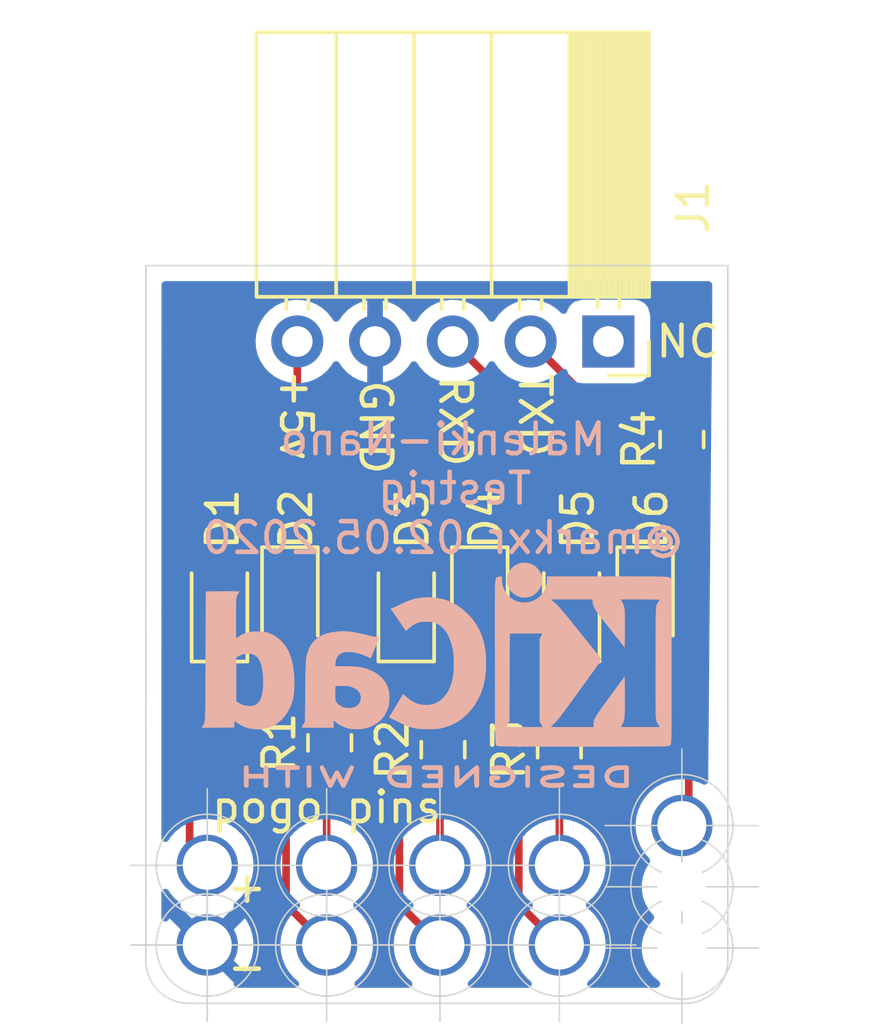
<source format=kicad_pcb>
(kicad_pcb (version 20200119) (host pcbnew "5.99.0-unknown-4f36980~101~ubuntu18.04.1")

  (general
    (thickness 1.6)
    (drawings 27)
    (tracks 49)
    (modules 23)
    (nets 15)
  )

  (page "A4")
  (layers
    (0 "F.Cu" signal)
    (31 "B.Cu" signal hide)
    (32 "B.Adhes" user hide)
    (33 "F.Adhes" user hide)
    (34 "B.Paste" user hide)
    (35 "F.Paste" user hide)
    (36 "B.SilkS" user)
    (37 "F.SilkS" user)
    (38 "B.Mask" user hide)
    (39 "F.Mask" user hide)
    (40 "Dwgs.User" user hide)
    (41 "Cmts.User" user hide)
    (42 "Eco1.User" user hide)
    (43 "Eco2.User" user hide)
    (44 "Edge.Cuts" user)
    (45 "Margin" user hide)
    (46 "B.CrtYd" user hide)
    (47 "F.CrtYd" user hide)
    (48 "B.Fab" user hide)
    (49 "F.Fab" user)
  )

  (setup
    (last_trace_width 0.25)
    (trace_clearance 0.2)
    (zone_clearance 0.508)
    (zone_45_only no)
    (trace_min 0.2)
    (via_size 0.8)
    (via_drill 0.4)
    (via_min_size 0.4)
    (via_min_drill 0.3)
    (uvia_size 0.3)
    (uvia_drill 0.1)
    (uvias_allowed no)
    (uvia_min_size 0.2)
    (uvia_min_drill 0.1)
    (max_error 0.005)
    (defaults
      (edge_clearance 0.01)
      (edge_cuts_line_width 0.05)
      (courtyard_line_width 0.05)
      (copper_line_width 0.2)
      (copper_text_dims (size 1.5 1.5) (thickness 0.3))
      (silk_line_width 0.12)
      (silk_text_dims (size 1 1) (thickness 0.15))
      (other_layers_line_width 0.1)
      (other_layers_text_dims (size 1 1) (thickness 0.15))
      (dimension_units 0)
      (dimension_precision 1)
    )
    (pad_size 1.524 1.524)
    (pad_drill 0.762)
    (pad_to_mask_clearance 0.05)
    (aux_axis_origin 0 0)
    (visible_elements FFFDFF7F)
    (pcbplotparams
      (layerselection 0x010fc_ffffffff)
      (usegerberextensions false)
      (usegerberattributes true)
      (usegerberadvancedattributes true)
      (creategerberjobfile true)
      (svguseinch false)
      (svgprecision 6)
      (excludeedgelayer true)
      (linewidth 0.100000)
      (plotframeref false)
      (viasonmask false)
      (mode 1)
      (useauxorigin false)
      (hpglpennumber 1)
      (hpglpenspeed 20)
      (hpglpendiameter 15.000000)
      (psnegative false)
      (psa4output false)
      (plotreference true)
      (plotvalue true)
      (plotinvisibletext false)
      (padsonsilk false)
      (subtractmaskfromsilk false)
      (outputformat 1)
      (mirror false)
      (drillshape 1)
      (scaleselection 1)
      (outputdirectory "")
    )
  )

  (net 0 "")
  (net 1 "Net-(D1-Pad2)")
  (net 2 "Net-(D1-Pad1)")
  (net 3 "Net-(D3-Pad2)")
  (net 4 "Net-(D3-Pad1)")
  (net 5 "Net-(D5-Pad2)")
  (net 6 "Net-(D5-Pad1)")
  (net 7 "/VBAT")
  (net 8 "GNDPWR")
  (net 9 "Net-(J6-Pad1)")
  (net 10 "Net-(J8-Pad1)")
  (net 11 "Net-(J10-Pad1)")
  (net 12 "/RXD")
  (net 13 "/TXD")
  (net 14 "/3V3")

  (net_class "Default" "This is the default net class."
    (clearance 0.2)
    (trace_width 0.25)
    (via_dia 0.8)
    (via_drill 0.4)
    (uvia_dia 0.3)
    (uvia_drill 0.1)
    (add_net "/3V3")
    (add_net "/RXD")
    (add_net "/TXD")
    (add_net "/VBAT")
    (add_net "GNDPWR")
    (add_net "Net-(D1-Pad1)")
    (add_net "Net-(D1-Pad2)")
    (add_net "Net-(D3-Pad1)")
    (add_net "Net-(D3-Pad2)")
    (add_net "Net-(D5-Pad1)")
    (add_net "Net-(D5-Pad2)")
    (add_net "Net-(J10-Pad1)")
    (add_net "Net-(J6-Pad1)")
    (add_net "Net-(J8-Pad1)")
  )

  (module "Symbol:KiCad-Logo2_6mm_SilkScreen" (layer "B.Cu") (tedit 0) (tstamp 995efd85-8c91-4482-85e8-d8d120e468ca)
    (at 168.4 79.4 180)
    (descr "KiCad Logo")
    (tags "Logo KiCad")
    (path "/00000000-0000-0000-0000-00005eb5a359")
    (attr virtual)
    (fp_text reference "LOGO1" (at 0 5.08) (layer "B.SilkS") hide
      (effects (font (size 1 1) (thickness 0.15)) (justify mirror))
    )
    (fp_text value "Logo_Open_Hardware_Large" (at 0 -6.35) (layer "B.Fab") hide
      (effects (font (size 1 1) (thickness 0.15)) (justify mirror))
    )
    (fp_poly (pts (xy -5.955743 2.526311) (xy -5.69122 2.526275) (xy -5.568088 2.52627) (xy -3.597189 2.52627)
      (xy -3.597189 2.41009) (xy -3.584789 2.268709) (xy -3.547364 2.138316) (xy -3.484577 2.018138)
      (xy -3.396094 1.907398) (xy -3.366157 1.877489) (xy -3.258466 1.792652) (xy -3.139725 1.730779)
      (xy -3.01346 1.691841) (xy -2.883197 1.67581) (xy -2.752465 1.682658) (xy -2.624788 1.712357)
      (xy -2.503695 1.76488) (xy -2.392712 1.840197) (xy -2.342868 1.885637) (xy -2.249983 1.997048)
      (xy -2.181873 2.119565) (xy -2.139129 2.251785) (xy -2.122347 2.392308) (xy -2.122124 2.406133)
      (xy -2.121244 2.526266) (xy -2.068443 2.526268) (xy -2.021604 2.519911) (xy -1.978817 2.504444)
      (xy -1.975989 2.502846) (xy -1.966325 2.497832) (xy -1.957451 2.493927) (xy -1.949335 2.489993)
      (xy -1.941943 2.484894) (xy -1.935245 2.477492) (xy -1.929208 2.466649) (xy -1.923801 2.451228)
      (xy -1.91899 2.430091) (xy -1.914745 2.402101) (xy -1.911032 2.366121) (xy -1.907821 2.321013)
      (xy -1.905078 2.26564) (xy -1.902772 2.198863) (xy -1.900871 2.119547) (xy -1.899342 2.026553)
      (xy -1.898154 1.918743) (xy -1.897274 1.794981) (xy -1.89667 1.654129) (xy -1.896311 1.49505)
      (xy -1.896165 1.316605) (xy -1.896198 1.117658) (xy -1.89638 0.897071) (xy -1.896677 0.653707)
      (xy -1.897059 0.386428) (xy -1.897492 0.094097) (xy -1.897945 -0.224424) (xy -1.897998 -0.26323)
      (xy -1.898404 -0.583782) (xy -1.898749 -0.878012) (xy -1.899069 -1.147056) (xy -1.8994 -1.392052)
      (xy -1.899779 -1.614137) (xy -1.900243 -1.814447) (xy -1.900828 -1.994119) (xy -1.90157 -2.15429)
      (xy -1.902506 -2.296098) (xy -1.903673 -2.420679) (xy -1.905107 -2.52917) (xy -1.906844 -2.622707)
      (xy -1.908922 -2.702429) (xy -1.911376 -2.769472) (xy -1.914244 -2.824973) (xy -1.917561 -2.870068)
      (xy -1.921364 -2.905895) (xy -1.92569 -2.933591) (xy -1.930575 -2.954293) (xy -1.936055 -2.969137)
      (xy -1.942168 -2.97926) (xy -1.94895 -2.9858) (xy -1.956437 -2.989893) (xy -1.964666 -2.992676)
      (xy -1.973673 -2.995287) (xy -1.983495 -2.998862) (xy -1.985894 -2.99995) (xy -1.993435 -3.002396)
      (xy -2.006056 -3.004642) (xy -2.024859 -3.006698) (xy -2.050947 -3.008572) (xy -2.085422 -3.010271)
      (xy -2.129385 -3.011803) (xy -2.183939 -3.013177) (xy -2.250185 -3.0144) (xy -2.329226 -3.015481)
      (xy -2.422163 -3.016427) (xy -2.530099 -3.017247) (xy -2.654136 -3.017947) (xy -2.795376 -3.018538)
      (xy -2.954921 -3.019025) (xy -3.133872 -3.019419) (xy -3.333332 -3.019725) (xy -3.554404 -3.019953)
      (xy -3.798188 -3.02011) (xy -4.065787 -3.020205) (xy -4.358303 -3.020245) (xy -4.676839 -3.020238)
      (xy -4.780021 -3.020228) (xy -5.105623 -3.020176) (xy -5.404881 -3.020091) (xy -5.678909 -3.019963)
      (xy -5.928824 -3.019785) (xy -6.15574 -3.019548) (xy -6.360773 -3.019242) (xy -6.545038 -3.01886)
      (xy -6.70965 -3.018392) (xy -6.855725 -3.01783) (xy -6.984376 -3.017165) (xy -7.096721 -3.016388)
      (xy -7.193874 -3.015491) (xy -7.27695 -3.014465) (xy -7.347064 -3.013301) (xy -7.405332 -3.011991)
      (xy -7.452869 -3.010525) (xy -7.49079 -3.008896) (xy -7.52021 -3.007093) (xy -7.542245 -3.00511)
      (xy -7.55801 -3.002936) (xy -7.56862 -3.000563) (xy -7.574404 -2.998391) (xy -7.584684 -2.994056)
      (xy -7.594122 -2.990859) (xy -7.602755 -2.987665) (xy -7.610619 -2.983338) (xy -7.617748 -2.976744)
      (xy -7.624179 -2.966747) (xy -7.629947 -2.952212) (xy -7.635089 -2.932003) (xy -7.63964 -2.904985)
      (xy -7.643635 -2.870023) (xy -7.647111 -2.825981) (xy -7.650102 -2.771724) (xy -7.652646 -2.706117)
      (xy -7.654777 -2.628024) (xy -7.656532 -2.53631) (xy -7.657945 -2.42984) (xy -7.658315 -2.388973)
      (xy -7.291884 -2.388973) (xy -5.996734 -2.388973) (xy -6.021655 -2.351217) (xy -6.046447 -2.312417)
      (xy -6.06744 -2.275469) (xy -6.084935 -2.237788) (xy -6.09923 -2.196788) (xy -6.110623 -2.149883)
      (xy -6.119413 -2.094487) (xy -6.125898 -2.028016) (xy -6.130377 -1.947883) (xy -6.13315 -1.851502)
      (xy -6.134513 -1.736289) (xy -6.134767 -1.599657) (xy -6.134209 -1.43902) (xy -6.133893 -1.379382)
      (xy -6.130325 -0.740041) (xy -5.725298 -1.291449) (xy -5.610554 -1.447876) (xy -5.511143 -1.584088)
      (xy -5.42599 -1.70189) (xy -5.354022 -1.803084) (xy -5.294166 -1.889477) (xy -5.245348 -1.962874)
      (xy -5.206495 -2.025077) (xy -5.176534 -2.077893) (xy -5.154391 -2.123125) (xy -5.138993 -2.162578)
      (xy -5.129266 -2.198058) (xy -5.124137 -2.231368) (xy -5.122532 -2.264313) (xy -5.123379 -2.298697)
      (xy -5.123595 -2.303019) (xy -5.128054 -2.389031) (xy -3.708692 -2.388973) (xy -3.814265 -2.282522)
      (xy -3.842913 -2.253406) (xy -3.87009 -2.225076) (xy -3.896989 -2.195968) (xy -3.924803 -2.16452)
      (xy -3.954725 -2.129169) (xy -3.987946 -2.088354) (xy -4.025661 -2.040511) (xy -4.06906 -1.984079)
      (xy -4.119338 -1.917494) (xy -4.177688 -1.839195) (xy -4.2453 -1.747619) (xy -4.323369 -1.641204)
      (xy -4.413088 -1.518387) (xy -4.515648 -1.377605) (xy -4.632242 -1.217297) (xy -4.727809 -1.085798)
      (xy -4.847749 -0.920596) (xy -4.95238 -0.776152) (xy -5.042648 -0.651094) (xy -5.119503 -0.544052)
      (xy -5.183891 -0.453654) (xy -5.236761 -0.378529) (xy -5.27906 -0.317304) (xy -5.311736 -0.26861)
      (xy -5.335738 -0.231074) (xy -5.352013 -0.203325) (xy -5.361508 -0.183992) (xy -5.365173 -0.171703)
      (xy -5.364071 -0.165242) (xy -5.350724 -0.148048) (xy -5.321866 -0.111655) (xy -5.27924 -0.058224)
      (xy -5.224585 0.010081) (xy -5.159644 0.091097) (xy -5.086158 0.18266) (xy -5.005868 0.282608)
      (xy -4.920515 0.388776) (xy -4.83184 0.499003) (xy -4.741586 0.611124) (xy -4.691944 0.672756)
      (xy -3.459373 0.672756) (xy -3.408146 0.580081) (xy -3.356919 0.487405) (xy -3.356919 -2.203622)
      (xy -3.408146 -2.296298) (xy -3.459373 -2.388973) (xy -2.853396 -2.388973) (xy -2.708734 -2.388931)
      (xy -2.589244 -2.388741) (xy -2.492642 -2.388308) (xy -2.416642 -2.387536) (xy -2.358957 -2.38633)
      (xy -2.317301 -2.384594) (xy -2.289389 -2.382232) (xy -2.272935 -2.37915) (xy -2.265652 -2.375251)
      (xy -2.265255 -2.37044) (xy -2.269458 -2.364622) (xy -2.269501 -2.364574) (xy -2.286813 -2.339532)
      (xy -2.309736 -2.298815) (xy -2.329981 -2.258168) (xy -2.368379 -2.176162) (xy -2.376211 0.672756)
      (xy -3.459373 0.672756) (xy -4.691944 0.672756) (xy -4.651493 0.722976) (xy -4.563302 0.832396)
      (xy -4.478754 0.937222) (xy -4.399592 1.035289) (xy -4.327556 1.124434) (xy -4.264387 1.202495)
      (xy -4.211827 1.267308) (xy -4.171617 1.31671) (xy -4.148 1.345513) (xy -4.05629 1.453222)
      (xy -3.96806 1.55042) (xy -3.886403 1.633924) (xy -3.81441 1.700552) (xy -3.763319 1.741401)
      (xy -3.702907 1.784865) (xy -5.092298 1.784865) (xy -5.091908 1.703334) (xy -5.095791 1.643394)
      (xy -5.11039 1.587823) (xy -5.132988 1.535145) (xy -5.147678 1.505385) (xy -5.163472 1.475897)
      (xy -5.181814 1.444724) (xy -5.204145 1.409907) (xy -5.231909 1.36949) (xy -5.266549 1.321514)
      (xy -5.309507 1.264022) (xy -5.362227 1.195057) (xy -5.426151 1.112661) (xy -5.502721 1.014876)
      (xy -5.593381 0.899745) (xy -5.699574 0.76531) (xy -5.711568 0.750141) (xy -6.130325 0.220588)
      (xy -6.134378 0.807078) (xy -6.135195 0.982749) (xy -6.135021 1.131468) (xy -6.133849 1.253725)
      (xy -6.131669 1.350011) (xy -6.128474 1.420817) (xy -6.124256 1.466631) (xy -6.122838 1.475321)
      (xy -6.100591 1.566865) (xy -6.071443 1.649392) (xy -6.038182 1.715747) (xy -6.0182 1.74389)
      (xy -5.983722 1.784865) (xy -6.637914 1.784865) (xy -6.793969 1.784731) (xy -6.924467 1.784297)
      (xy -7.03131 1.783511) (xy -7.116398 1.782324) (xy -7.181635 1.780683) (xy -7.228921 1.778539)
      (xy -7.260157 1.775841) (xy -7.277246 1.772538) (xy -7.282088 1.768579) (xy -7.281753 1.767702)
      (xy -7.267885 1.746769) (xy -7.244732 1.713588) (xy -7.232754 1.696807) (xy -7.220369 1.68006)
      (xy -7.209237 1.665085) (xy -7.199288 1.650406) (xy -7.190451 1.634551) (xy -7.182657 1.616045)
      (xy -7.175835 1.593415) (xy -7.169916 1.565187) (xy -7.164829 1.529887) (xy -7.160504 1.486042)
      (xy -7.156871 1.432178) (xy -7.15386 1.36682) (xy -7.151401 1.288496) (xy -7.149423 1.195732)
      (xy -7.147858 1.087053) (xy -7.146634 0.960987) (xy -7.145681 0.816058) (xy -7.14493 0.650794)
      (xy -7.144311 0.463721) (xy -7.143752 0.253365) (xy -7.143185 0.018252) (xy -7.142655 -0.197741)
      (xy -7.142155 -0.438535) (xy -7.141895 -0.668274) (xy -7.141868 -0.885493) (xy -7.142067 -1.088722)
      (xy -7.142486 -1.276496) (xy -7.143118 -1.447345) (xy -7.143956 -1.599803) (xy -7.144992 -1.732403)
      (xy -7.14622 -1.843676) (xy -7.147633 -1.932156) (xy -7.149225 -1.996375) (xy -7.150987 -2.034865)
      (xy -7.151321 -2.038933) (xy -7.163466 -2.132248) (xy -7.182427 -2.20719) (xy -7.211302 -2.272594)
      (xy -7.25319 -2.337293) (xy -7.258429 -2.344352) (xy -7.291884 -2.388973) (xy -7.658315 -2.388973)
      (xy -7.659054 -2.307479) (xy -7.659893 -2.16809) (xy -7.660498 -2.010539) (xy -7.660905 -1.833691)
      (xy -7.66115 -1.63641) (xy -7.661267 -1.41756) (xy -7.661295 -1.176007) (xy -7.661267 -0.910615)
      (xy -7.66122 -0.620249) (xy -7.66119 -0.303773) (xy -7.661189 -0.240946) (xy -7.661172 0.078863)
      (xy -7.661112 0.372339) (xy -7.661002 0.64061) (xy -7.660833 0.884802) (xy -7.660597 1.106043)
      (xy -7.660284 1.30546) (xy -7.659885 1.48418) (xy -7.659393 1.643329) (xy -7.658797 1.784034)
      (xy -7.65809 1.907424) (xy -7.657263 2.014624) (xy -7.656307 2.106762) (xy -7.655213 2.184965)
      (xy -7.653973 2.250359) (xy -7.652578 2.304072) (xy -7.651018 2.347231) (xy -7.649286 2.380963)
      (xy -7.647372 2.406395) (xy -7.645268 2.424653) (xy -7.642966 2.436866) (xy -7.640455 2.444159)
      (xy -7.640363 2.444341) (xy -7.635192 2.455482) (xy -7.630885 2.465569) (xy -7.626121 2.474654)
      (xy -7.619578 2.482788) (xy -7.609935 2.490024) (xy -7.595871 2.496414) (xy -7.576063 2.502011)
      (xy -7.549191 2.506867) (xy -7.513933 2.511034) (xy -7.468968 2.514564) (xy -7.412974 2.517509)
      (xy -7.344629 2.519923) (xy -7.262614 2.521856) (xy -7.165605 2.523362) (xy -7.052282 2.524492)
      (xy -6.921323 2.525298) (xy -6.771407 2.525834) (xy -6.601213 2.526151) (xy -6.409418 2.526301)
      (xy -6.194702 2.526337) (xy -5.955743 2.526311)) (layer "B.SilkS") (width 0.01))
    (fp_poly (pts (xy 0.439962 1.839501) (xy 0.588014 1.823293) (xy 0.731452 1.794282) (xy 0.87611 1.750955)
      (xy 1.027824 1.691799) (xy 1.192428 1.6153) (xy 1.222071 1.600483) (xy 1.290098 1.566969)
      (xy 1.354256 1.536792) (xy 1.408215 1.512834) (xy 1.44564 1.497976) (xy 1.451389 1.496105)
      (xy 1.506486 1.479598) (xy 1.259851 1.120799) (xy 1.199552 1.033107) (xy 1.144422 0.952988)
      (xy 1.096336 0.883164) (xy 1.057168 0.826353) (xy 1.028794 0.785277) (xy 1.013087 0.762654)
      (xy 1.010536 0.759072) (xy 1.000171 0.766562) (xy 0.97466 0.789082) (xy 0.938563 0.822539)
      (xy 0.918642 0.84145) (xy 0.805773 0.931222) (xy 0.679014 0.999439) (xy 0.569783 1.036805)
      (xy 0.504214 1.04854) (xy 0.422116 1.055692) (xy 0.333144 1.058126) (xy 0.246956 1.055712)
      (xy 0.173205 1.048317) (xy 0.143776 1.042653) (xy 0.011133 0.997018) (xy -0.108394 0.927337)
      (xy -0.214717 0.83374) (xy -0.307747 0.716351) (xy -0.387395 0.5753) (xy -0.453574 0.410714)
      (xy -0.506194 0.22272) (xy -0.537467 0.061783) (xy -0.545626 -0.009263) (xy -0.551185 -0.101046)
      (xy -0.554198 -0.206968) (xy -0.554719 -0.320434) (xy -0.5528 -0.434849) (xy -0.548497 -0.543617)
      (xy -0.541863 -0.640143) (xy -0.532951 -0.717831) (xy -0.531021 -0.729817) (xy -0.488501 -0.922892)
      (xy -0.430567 -1.093773) (xy -0.356867 -1.243224) (xy -0.267049 -1.372011) (xy -0.203293 -1.441639)
      (xy -0.088714 -1.536173) (xy 0.036942 -1.606246) (xy 0.171557 -1.651477) (xy 0.313011 -1.671484)
      (xy 0.459183 -1.665885) (xy 0.607955 -1.6343) (xy 0.695911 -1.603394) (xy 0.817629 -1.541506)
      (xy 0.94308 -1.452729) (xy 1.013353 -1.392694) (xy 1.052811 -1.357947) (xy 1.083812 -1.332454)
      (xy 1.101458 -1.32017) (xy 1.103648 -1.319795) (xy 1.111524 -1.332347) (xy 1.131932 -1.365516)
      (xy 1.163132 -1.416458) (xy 1.203386 -1.482331) (xy 1.250957 -1.560289) (xy 1.304104 -1.64749)
      (xy 1.333687 -1.696067) (xy 1.559648 -2.067215) (xy 1.277527 -2.206639) (xy 1.175522 -2.256719)
      (xy 1.092889 -2.29621) (xy 1.024578 -2.327073) (xy 0.965537 -2.351268) (xy 0.910714 -2.370758)
      (xy 0.85506 -2.387503) (xy 0.793523 -2.403465) (xy 0.73454 -2.417482) (xy 0.682115 -2.428329)
      (xy 0.627288 -2.436526) (xy 0.564572 -2.442528) (xy 0.488477 -2.44679) (xy 0.393516 -2.449767)
      (xy 0.329513 -2.451052) (xy 0.238192 -2.45193) (xy 0.150627 -2.451487) (xy 0.072612 -2.449852)
      (xy 0.009942 -2.447149) (xy -0.031587 -2.443505) (xy -0.034048 -2.443142) (xy -0.249697 -2.396487)
      (xy -0.452207 -2.325729) (xy -0.641505 -2.230914) (xy -0.817521 -2.112089) (xy -0.980184 -1.9693)
      (xy -1.129422 -1.802594) (xy -1.237504 -1.654433) (xy -1.352566 -1.460502) (xy -1.445577 -1.255699)
      (xy -1.516987 -1.038383) (xy -1.567244 -0.806912) (xy -1.596799 -0.559643) (xy -1.606111 -0.308559)
      (xy -1.598452 -0.06567) (xy -1.574387 0.15843) (xy -1.533148 0.367523) (xy -1.473973 0.565387)
      (xy -1.396096 0.755804) (xy -1.386797 0.775532) (xy -1.284352 0.959941) (xy -1.158528 1.135424)
      (xy -1.012888 1.29835) (xy -0.850999 1.445086) (xy -0.676424 1.571999) (xy -0.513756 1.665095)
      (xy -0.349427 1.738009) (xy -0.184749 1.790826) (xy -0.013348 1.824985) (xy 0.171153 1.841922)
      (xy 0.281459 1.84442) (xy 0.439962 1.839501)) (layer "B.SilkS") (width 0.01))
    (fp_poly (pts (xy 3.167505 0.735771) (xy 3.235531 0.730622) (xy 3.430163 0.704727) (xy 3.602529 0.663425)
      (xy 3.75347 0.606147) (xy 3.883825 0.532326) (xy 3.994434 0.441392) (xy 4.086135 0.332778)
      (xy 4.15977 0.205915) (xy 4.213539 0.068648) (xy 4.227187 0.024863) (xy 4.239073 -0.016141)
      (xy 4.249334 -0.056569) (xy 4.258113 -0.09863) (xy 4.265548 -0.144531) (xy 4.27178 -0.19648)
      (xy 4.27695 -0.256685) (xy 4.281196 -0.327352) (xy 4.28466 -0.410689) (xy 4.287481 -0.508905)
      (xy 4.2898 -0.624205) (xy 4.291757 -0.758799) (xy 4.293491 -0.914893) (xy 4.295143 -1.094695)
      (xy 4.296324 -1.235676) (xy 4.30427 -2.203622) (xy 4.355756 -2.29677) (xy 4.380137 -2.341645)
      (xy 4.39828 -2.376501) (xy 4.406935 -2.395054) (xy 4.407243 -2.396311) (xy 4.394014 -2.397749)
      (xy 4.356326 -2.399074) (xy 4.297183 -2.400249) (xy 4.219586 -2.401237) (xy 4.126536 -2.401999)
      (xy 4.021035 -2.4025) (xy 3.906084 -2.402701) (xy 3.892378 -2.402703) (xy 3.377513 -2.402703)
      (xy 3.377513 -2.286) (xy 3.376635 -2.23326) (xy 3.374292 -2.192926) (xy 3.370921 -2.1713)
      (xy 3.369431 -2.169298) (xy 3.355804 -2.177683) (xy 3.327757 -2.199692) (xy 3.291303 -2.230601)
      (xy 3.290485 -2.231316) (xy 3.223962 -2.280843) (xy 3.139948 -2.330575) (xy 3.047937 -2.375626)
      (xy 2.957421 -2.41111) (xy 2.917567 -2.423236) (xy 2.838255 -2.438637) (xy 2.740935 -2.448465)
      (xy 2.634516 -2.45258) (xy 2.527907 -2.450841) (xy 2.430017 -2.443108) (xy 2.361513 -2.431981)
      (xy 2.19352 -2.382648) (xy 2.042281 -2.312342) (xy 1.908782 -2.221933) (xy 1.794006 -2.112295)
      (xy 1.698937 -1.984299) (xy 1.62456 -1.838818) (xy 1.592474 -1.750541) (xy 1.572365 -1.664739)
      (xy 1.559038 -1.561736) (xy 1.552872 -1.451034) (xy 1.553074 -1.434925) (xy 2.481648 -1.434925)
      (xy 2.489348 -1.517184) (xy 2.514989 -1.585546) (xy 2.562378 -1.64897) (xy 2.580579 -1.667567)
      (xy 2.645282 -1.717846) (xy 2.720066 -1.750056) (xy 2.809662 -1.765648) (xy 2.904012 -1.766796)
      (xy 2.993501 -1.759216) (xy 3.062018 -1.744389) (xy 3.091775 -1.733253) (xy 3.145408 -1.702904)
      (xy 3.202235 -1.660221) (xy 3.254082 -1.612317) (xy 3.292778 -1.566301) (xy 3.303054 -1.549421)
      (xy 3.311042 -1.525782) (xy 3.316721 -1.488168) (xy 3.320356 -1.432985) (xy 3.322211 -1.35664)
      (xy 3.322594 -1.283981) (xy 3.322335 -1.19927) (xy 3.321287 -1.138018) (xy 3.319045 -1.096227)
      (xy 3.315206 -1.069899) (xy 3.309365 -1.055035) (xy 3.301118 -1.047639) (xy 3.298567 -1.046461)
      (xy 3.2764 -1.042833) (xy 3.23268 -1.039866) (xy 3.173311 -1.037827) (xy 3.104196 -1.036983)
      (xy 3.089189 -1.036982) (xy 2.996805 -1.038457) (xy 2.925432 -1.042842) (xy 2.868719 -1.050738)
      (xy 2.821872 -1.06227) (xy 2.705669 -1.106215) (xy 2.614543 -1.160243) (xy 2.547705 -1.225219)
      (xy 2.504365 -1.302005) (xy 2.483734 -1.391467) (xy 2.481648 -1.434925) (xy 1.553074 -1.434925)
      (xy 1.554244 -1.342133) (xy 1.563532 -1.244536) (xy 1.570777 -1.205105) (xy 1.617039 -1.058701)
      (xy 1.687384 -0.923995) (xy 1.780484 -0.80228) (xy 1.895012 -0.694847) (xy 2.02964 -0.602988)
      (xy 2.18304 -0.527996) (xy 2.313459 -0.482458) (xy 2.400623 -0.458533) (xy 2.483996 -0.439943)
      (xy 2.568976 -0.426084) (xy 2.660965 -0.416351) (xy 2.765362 -0.410141) (xy 2.887568 -0.406851)
      (xy 2.998055 -0.405924) (xy 3.325677 -0.405027) (xy 3.319401 -0.306547) (xy 3.301579 -0.199695)
      (xy 3.263667 -0.107852) (xy 3.20728 -0.03331) (xy 3.134031 0.021636) (xy 3.069535 0.048448)
      (xy 2.977123 0.065346) (xy 2.867111 0.067773) (xy 2.744656 0.056622) (xy 2.614914 0.03279)
      (xy 2.483042 -0.00283) (xy 2.354198 -0.049343) (xy 2.260566 -0.091883) (xy 2.215517 -0.113728)
      (xy 2.181156 -0.128984) (xy 2.163681 -0.134937) (xy 2.162733 -0.134746) (xy 2.156703 -0.121412)
      (xy 2.141645 -0.086068) (xy 2.118977 -0.032101) (xy 2.090115 0.037104) (xy 2.056477 0.11816)
      (xy 2.022284 0.200882) (xy 1.885586 0.532197) (xy 1.98282 0.548167) (xy 2.024964 0.55618)
      (xy 2.088319 0.569639) (xy 2.167457 0.587321) (xy 2.256951 0.608004) (xy 2.351373 0.630468)
      (xy 2.388973 0.639597) (xy 2.551637 0.677326) (xy 2.69405 0.705612) (xy 2.821527 0.725028)
      (xy 2.939384 0.736146) (xy 3.052938 0.739536) (xy 3.167505 0.735771)) (layer "B.SilkS") (width 0.01))
    (fp_poly (pts (xy 6.84227 2.043175) (xy 6.959041 2.042696) (xy 6.998729 2.042455) (xy 7.544486 2.038865)
      (xy 7.551351 -0.054919) (xy 7.552258 -0.338842) (xy 7.553062 -0.59664) (xy 7.553815 -0.829646)
      (xy 7.554569 -1.039194) (xy 7.555375 -1.226618) (xy 7.556285 -1.39325) (xy 7.557351 -1.540425)
      (xy 7.558624 -1.669477) (xy 7.560156 -1.781739) (xy 7.561998 -1.878544) (xy 7.564203 -1.961226)
      (xy 7.566822 -2.031119) (xy 7.569906 -2.089557) (xy 7.573508 -2.137872) (xy 7.577678 -2.1774)
      (xy 7.582469 -2.209473) (xy 7.587931 -2.235424) (xy 7.594118 -2.256589) (xy 7.60108 -2.274299)
      (xy 7.608869 -2.289889) (xy 7.617537 -2.304693) (xy 7.627135 -2.320044) (xy 7.637715 -2.337276)
      (xy 7.639884 -2.340946) (xy 7.676268 -2.403031) (xy 7.150431 -2.399434) (xy 6.624594 -2.395838)
      (xy 6.617729 -2.280331) (xy 6.613992 -2.224899) (xy 6.610097 -2.192851) (xy 6.604811 -2.180135)
      (xy 6.596903 -2.182696) (xy 6.59027 -2.190024) (xy 6.561374 -2.216714) (xy 6.514279 -2.251021)
      (xy 6.45562 -2.288846) (xy 6.392031 -2.32609) (xy 6.330149 -2.358653) (xy 6.282634 -2.380077)
      (xy 6.171316 -2.415283) (xy 6.043596 -2.440222) (xy 5.908901 -2.453941) (xy 5.776663 -2.455486)
      (xy 5.656308 -2.443906) (xy 5.654326 -2.443574) (xy 5.489641 -2.40225) (xy 5.335479 -2.336412)
      (xy 5.193328 -2.247474) (xy 5.064675 -2.136852) (xy 4.951007 -2.005961) (xy 4.85381 -1.856216)
      (xy 4.774572 -1.689033) (xy 4.73143 -1.56519) (xy 4.702979 -1.461581) (xy 4.68188 -1.361252)
      (xy 4.667488 -1.258109) (xy 4.659158 -1.146057) (xy 4.656245 -1.019001) (xy 4.657535 -0.915252)
      (xy 5.67065 -0.915252) (xy 5.675444 -1.089222) (xy 5.690568 -1.238895) (xy 5.716485 -1.365597)
      (xy 5.753663 -1.470658) (xy 5.802565 -1.555406) (xy 5.863658 -1.621169) (xy 5.934177 -1.667659)
      (xy 5.970871 -1.685014) (xy 6.002696 -1.695419) (xy 6.038177 -1.700179) (xy 6.085841 -1.700601)
      (xy 6.137189 -1.698748) (xy 6.238169 -1.689841) (xy 6.318035 -1.672398) (xy 6.343135 -1.663661)
      (xy 6.400448 -1.637857) (xy 6.460897 -1.605453) (xy 6.487297 -1.589233) (xy 6.555946 -1.544205)
      (xy 6.555946 -0.116982) (xy 6.480432 -0.071718) (xy 6.375121 -0.020572) (xy 6.267525 0.009676)
      (xy 6.161581 0.019205) (xy 6.061224 0.008193) (xy 5.970387 -0.023181) (xy 5.893007 -0.07474)
      (xy 5.868039 -0.099488) (xy 5.807856 -0.180577) (xy 5.759145 -0.278734) (xy 5.721499 -0.395643)
      (xy 5.694512 -0.532985) (xy 5.677775 -0.692444) (xy 5.670883 -0.8757) (xy 5.67065 -0.915252)
      (xy 4.657535 -0.915252) (xy 4.658073 -0.872067) (xy 4.669647 -0.646053) (xy 4.69292 -0.442192)
      (xy 4.728504 -0.257513) (xy 4.777013 -0.089048) (xy 4.83906 0.066174) (xy 4.861201 0.112192)
      (xy 4.950385 0.262261) (xy 5.058159 0.395623) (xy 5.18199 0.510123) (xy 5.319342 0.603611)
      (xy 5.467683 0.673932) (xy 5.556604 0.70294) (xy 5.643933 0.72016) (xy 5.749011 0.730406)
      (xy 5.863029 0.733682) (xy 5.977177 0.729991) (xy 6.082648 0.71934) (xy 6.167334 0.70263)
      (xy 6.268128 0.66986) (xy 6.365822 0.627721) (xy 6.451296 0.580481) (xy 6.496789 0.548419)
      (xy 6.528169 0.524578) (xy 6.550142 0.510061) (xy 6.555141 0.508) (xy 6.55669 0.521282)
      (xy 6.558135 0.559337) (xy 6.559443 0.619481) (xy 6.560583 0.699027) (xy 6.561521 0.795289)
      (xy 6.562226 0.905581) (xy 6.562667 1.027219) (xy 6.562811 1.151115) (xy 6.56273 1.309804)
      (xy 6.562335 1.443592) (xy 6.561395 1.55504) (xy 6.55968 1.646705) (xy 6.556957 1.721147)
      (xy 6.552997 1.780925) (xy 6.547569 1.828598) (xy 6.540441 1.866726) (xy 6.531384 1.897866)
      (xy 6.520167 1.924579) (xy 6.506558 1.949423) (xy 6.490328 1.974957) (xy 6.48824 1.978119)
      (xy 6.467306 2.01119) (xy 6.454667 2.033931) (xy 6.452973 2.038728) (xy 6.466216 2.040241)
      (xy 6.504002 2.041472) (xy 6.563416 2.042401) (xy 6.641542 2.043008) (xy 6.735465 2.043273)
      (xy 6.84227 2.043175)) (layer "B.SilkS") (width 0.01))
    (fp_poly (pts (xy -2.726079 2.96351) (xy -2.622973 2.927762) (xy -2.526978 2.871493) (xy -2.441247 2.794712)
      (xy -2.36893 2.697427) (xy -2.336445 2.636108) (xy -2.308332 2.55034) (xy -2.294705 2.451323)
      (xy -2.296214 2.349529) (xy -2.312969 2.257286) (xy -2.358763 2.144568) (xy -2.425168 2.046793)
      (xy -2.508809 1.965885) (xy -2.606312 1.903768) (xy -2.7143 1.862366) (xy -2.829399 1.843603)
      (xy -2.948234 1.849402) (xy -3.006811 1.861794) (xy -3.120972 1.906203) (xy -3.222365 1.973967)
      (xy -3.308545 2.062999) (xy -3.377066 2.171209) (xy -3.382864 2.183027) (xy -3.402904 2.227372)
      (xy -3.415487 2.26472) (xy -3.422319 2.30412) (xy -3.425105 2.354619) (xy -3.425568 2.409567)
      (xy -3.424803 2.475585) (xy -3.421352 2.523311) (xy -3.413477 2.561897) (xy -3.399443 2.600494)
      (xy -3.38212 2.638574) (xy -3.317505 2.746672) (xy -3.237934 2.834197) (xy -3.14656 2.901159)
      (xy -3.046536 2.947564) (xy -2.941012 2.973419) (xy -2.833142 2.978732) (xy -2.726079 2.96351)) (layer "B.SilkS") (width 0.01))
    (fp_poly (pts (xy 6.240531 -3.640725) (xy 6.27191 -3.662968) (xy 6.299619 -3.690677) (xy 6.299619 -4.000112)
      (xy 6.299546 -4.091991) (xy 6.299203 -4.164032) (xy 6.2984 -4.218972) (xy 6.296949 -4.259552)
      (xy 6.29466 -4.288509) (xy 6.291344 -4.308583) (xy 6.286813 -4.322513) (xy 6.280877 -4.333037)
      (xy 6.276222 -4.339292) (xy 6.245491 -4.363865) (xy 6.210204 -4.366533) (xy 6.177953 -4.351463)
      (xy 6.167296 -4.342566) (xy 6.160172 -4.330749) (xy 6.155875 -4.311718) (xy 6.153699 -4.281184)
      (xy 6.152936 -4.234854) (xy 6.152863 -4.199063) (xy 6.152863 -4.064237) (xy 5.656152 -4.064237)
      (xy 5.656152 -4.186892) (xy 5.655639 -4.242979) (xy 5.653584 -4.281525) (xy 5.649216 -4.307553)
      (xy 5.641764 -4.326089) (xy 5.632755 -4.339292) (xy 5.601852 -4.363796) (xy 5.566904 -4.366698)
      (xy 5.533446 -4.349281) (xy 5.524312 -4.340151) (xy 5.51786 -4.328047) (xy 5.513605 -4.309193)
      (xy 5.51106 -4.279812) (xy 5.509737 -4.236129) (xy 5.509151 -4.174367) (xy 5.509083 -4.160192)
      (xy 5.508599 -4.043823) (xy 5.508349 -3.947919) (xy 5.508431 -3.870369) (xy 5.508939 -3.809061)
      (xy 5.50997 -3.761882) (xy 5.511621 -3.726722) (xy 5.513987 -3.701468) (xy 5.517165 -3.684009)
      (xy 5.521252 -3.672233) (xy 5.526342 -3.664027) (xy 5.531974 -3.657837) (xy 5.563836 -3.638036)
      (xy 5.597065 -3.640725) (xy 5.628443 -3.662968) (xy 5.641141 -3.677318) (xy 5.649234 -3.69317)
      (xy 5.65375 -3.715746) (xy 5.655714 -3.75027) (xy 5.656152 -3.801968) (xy 5.656152 -3.917481)
      (xy 6.152863 -3.917481) (xy 6.152863 -3.798948) (xy 6.15337 -3.74434) (xy 6.155406 -3.707467)
      (xy 6.159743 -3.683499) (xy 6.167155 -3.667607) (xy 6.175441 -3.657837) (xy 6.207302 -3.638036)
      (xy 6.240531 -3.640725)) (layer "B.SilkS") (width 0.01))
    (fp_poly (pts (xy 4.974773 -3.635355) (xy 5.05348 -3.635734) (xy 5.114571 -3.636525) (xy 5.160525 -3.637862)
      (xy 5.193822 -3.639875) (xy 5.216944 -3.642698) (xy 5.23237 -3.646461) (xy 5.242579 -3.651297)
      (xy 5.247521 -3.655014) (xy 5.273165 -3.68755) (xy 5.276267 -3.72133) (xy 5.260419 -3.752018)
      (xy 5.250056 -3.764281) (xy 5.238904 -3.772642) (xy 5.222743 -3.777849) (xy 5.19735 -3.780649)
      (xy 5.158506 -3.781788) (xy 5.101988 -3.782013) (xy 5.090888 -3.782014) (xy 4.944952 -3.782014)
      (xy 4.944952 -4.052948) (xy 4.944856 -4.138346) (xy 4.944419 -4.204056) (xy 4.94342 -4.252966)
      (xy 4.941636 -4.287965) (xy 4.938845 -4.311941) (xy 4.934825 -4.327785) (xy 4.929353 -4.338383)
      (xy 4.922374 -4.346459) (xy 4.889442 -4.366304) (xy 4.855062 -4.36474) (xy 4.823884 -4.342098)
      (xy 4.821594 -4.339292) (xy 4.814137 -4.328684) (xy 4.808455 -4.316273) (xy 4.804309 -4.299042)
      (xy 4.801458 -4.273976) (xy 4.799662 -4.238059) (xy 4.79868 -4.188275) (xy 4.798272 -4.121609)
      (xy 4.798197 -4.045781) (xy 4.798197 -3.782014) (xy 4.658835 -3.782014) (xy 4.59903 -3.78161)
      (xy 4.557626 -3.780032) (xy 4.530456 -3.776739) (xy 4.513354 -3.771184) (xy 4.502151 -3.762823)
      (xy 4.500791 -3.76137) (xy 4.484433 -3.728131) (xy 4.48588 -3.690554) (xy 4.504686 -3.657837)
      (xy 4.511958 -3.65149) (xy 4.521335 -3.646458) (xy 4.535317 -3.642588) (xy 4.556404 -3.639729)
      (xy 4.587097 -3.637727) (xy 4.629897 -3.636431) (xy 4.687303 -3.63569) (xy 4.761818 -3.63535)
      (xy 4.855941 -3.63526) (xy 4.875968 -3.635259) (xy 4.974773 -3.635355)) (layer "B.SilkS") (width 0.01))
    (fp_poly (pts (xy 4.200322 -3.642069) (xy 4.224035 -3.656839) (xy 4.250686 -3.678419) (xy 4.250686 -3.999965)
      (xy 4.250601 -4.094022) (xy 4.250237 -4.168124) (xy 4.249432 -4.224896) (xy 4.248021 -4.26696)
      (xy 4.245841 -4.29694) (xy 4.242729 -4.317459) (xy 4.238522 -4.331141) (xy 4.233056 -4.340608)
      (xy 4.22918 -4.345274) (xy 4.197742 -4.365767) (xy 4.161941 -4.364931) (xy 4.130581 -4.347456)
      (xy 4.10393 -4.325876) (xy 4.10393 -3.678419) (xy 4.130581 -3.656839) (xy 4.156302 -3.641141)
      (xy 4.177308 -3.635259) (xy 4.200322 -3.642069)) (layer "B.SilkS") (width 0.01))
    (fp_poly (pts (xy 3.756373 -3.637226) (xy 3.775963 -3.644227) (xy 3.776718 -3.644569) (xy 3.803321 -3.66487)
      (xy 3.817978 -3.685753) (xy 3.820846 -3.695544) (xy 3.820704 -3.708553) (xy 3.816669 -3.727087)
      (xy 3.807854 -3.753449) (xy 3.793377 -3.789944) (xy 3.772353 -3.838879) (xy 3.743896 -3.902557)
      (xy 3.707123 -3.983285) (xy 3.686883 -4.027408) (xy 3.650333 -4.106177) (xy 3.616023 -4.178615)
      (xy 3.58526 -4.242072) (xy 3.559356 -4.2939) (xy 3.539618 -4.331451) (xy 3.527358 -4.352076)
      (xy 3.524932 -4.354925) (xy 3.493891 -4.367494) (xy 3.458829 -4.365811) (xy 3.430708 -4.350524)
      (xy 3.429562 -4.349281) (xy 3.418376 -4.332346) (xy 3.399612 -4.299362) (xy 3.375583 -4.254572)
      (xy 3.348605 -4.202224) (xy 3.338909 -4.182934) (xy 3.265722 -4.036342) (xy 3.185948 -4.195585)
      (xy 3.157475 -4.250607) (xy 3.131058 -4.298324) (xy 3.108856 -4.335085) (xy 3.093027 -4.357236)
      (xy 3.087662 -4.361933) (xy 3.045965 -4.368294) (xy 3.011557 -4.354925) (xy 3.001436 -4.340638)
      (xy 2.983922 -4.308884) (xy 2.960443 -4.262789) (xy 2.932428 -4.205477) (xy 2.901307 -4.140072)
      (xy 2.868507 -4.069699) (xy 2.835458 -3.997483) (xy 2.803589 -3.926547) (xy 2.774327 -3.860017)
      (xy 2.749103 -3.801018) (xy 2.729344 -3.752673) (xy 2.71648 -3.718107) (xy 2.711939 -3.700445)
      (xy 2.711985 -3.699805) (xy 2.723034 -3.67758) (xy 2.745118 -3.654945) (xy 2.746418 -3.65396)
      (xy 2.773561 -3.638617) (xy 2.798666 -3.638766) (xy 2.808076 -3.641658) (xy 2.819542 -3.64791)
      (xy 2.831718 -3.660206) (xy 2.846065 -3.6811) (xy 2.864044 -3.713141) (xy 2.887115 -3.75888)
      (xy 2.916738 -3.820869) (xy 2.943453 -3.87809) (xy 2.974188 -3.944418) (xy 3.001729 -4.004066)
      (xy 3.024646 -4.053917) (xy 3.041506 -4.090856) (xy 3.050881 -4.111765) (xy 3.052248 -4.115037)
      (xy 3.058397 -4.109689) (xy 3.07253 -4.087301) (xy 3.092765 -4.051138) (xy 3.117223 -4.004469)
      (xy 3.126956 -3.985214) (xy 3.159925 -3.920196) (xy 3.185351 -3.872846) (xy 3.20532 -3.840411)
      (xy 3.221918 -3.820138) (xy 3.237232 -3.809274) (xy 3.253348 -3.805067) (xy 3.263851 -3.804592)
      (xy 3.282378 -3.806234) (xy 3.298612 -3.813023) (xy 3.314743 -3.827758) (xy 3.332959 -3.853236)
      (xy 3.355447 -3.892253) (xy 3.384397 -3.947606) (xy 3.40037 -3.979095) (xy 3.426278 -4.029279)
      (xy 3.448875 -4.070896) (xy 3.466166 -4.100434) (xy 3.476158 -4.114381) (xy 3.477517 -4.114962)
      (xy 3.483969 -4.103985) (xy 3.498416 -4.075482) (xy 3.519411 -4.032436) (xy 3.545505 -3.97783)
      (xy 3.575254 -3.914646) (xy 3.589888 -3.883263) (xy 3.627958 -3.80227) (xy 3.658613 -3.739948)
      (xy 3.683445 -3.694263) (xy 3.704045 -3.663181) (xy 3.722006 -3.64467) (xy 3.738918 -3.636696)
      (xy 3.756373 -3.637226)) (layer "B.SilkS") (width 0.01))
    (fp_poly (pts (xy 1.030017 -3.635467) (xy 1.158996 -3.639828) (xy 1.268699 -3.653053) (xy 1.360934 -3.675933)
      (xy 1.43751 -3.709262) (xy 1.500235 -3.75383) (xy 1.55092 -3.810428) (xy 1.591371 -3.87985)
      (xy 1.592167 -3.881543) (xy 1.616309 -3.943675) (xy 1.624911 -3.998701) (xy 1.617939 -4.054079)
      (xy 1.595362 -4.117265) (xy 1.59108 -4.126881) (xy 1.56188 -4.183158) (xy 1.529064 -4.226643)
      (xy 1.48671 -4.263609) (xy 1.428898 -4.300327) (xy 1.425539 -4.302244) (xy 1.375212 -4.326419)
      (xy 1.318329 -4.344474) (xy 1.251235 -4.357031) (xy 1.170273 -4.364714) (xy 1.07179 -4.368145)
      (xy 1.036994 -4.368443) (xy 0.871302 -4.369037) (xy 0.847905 -4.339292) (xy 0.840965 -4.329511)
      (xy 0.83555 -4.318089) (xy 0.831473 -4.302287) (xy 0.828545 -4.279367) (xy 0.826575 -4.246588)
      (xy 0.825933 -4.222281) (xy 0.982552 -4.222281) (xy 1.076434 -4.222281) (xy 1.131372 -4.220675)
      (xy 1.187768 -4.216447) (xy 1.234053 -4.210484) (xy 1.236847 -4.209982) (xy 1.319056 -4.187928)
      (xy 1.382822 -4.154792) (xy 1.43016 -4.109039) (xy 1.46309 -4.049131) (xy 1.468816 -4.033253)
      (xy 1.474429 -4.008525) (xy 1.471999 -3.984094) (xy 1.460175 -3.951592) (xy 1.453048 -3.935626)
      (xy 1.429708 -3.893198) (xy 1.401588 -3.863432) (xy 1.370648 -3.842703) (xy 1.308674 -3.815729)
      (xy 1.229359 -3.79619) (xy 1.136961 -3.784938) (xy 1.070041 -3.782462) (xy 0.982552 -3.782014)
      (xy 0.982552 -4.222281) (xy 0.825933 -4.222281) (xy 0.825376 -4.201213) (xy 0.824758 -4.140503)
      (xy 0.824533 -4.061718) (xy 0.824508 -4.000112) (xy 0.824508 -3.690677) (xy 0.852217 -3.662968)
      (xy 0.864514 -3.651736) (xy 0.877811 -3.644045) (xy 0.89638 -3.639232) (xy 0.924494 -3.636638)
      (xy 0.966425 -3.635602) (xy 1.026445 -3.635462) (xy 1.030017 -3.635467)) (layer "B.SilkS") (width 0.01))
    (fp_poly (pts (xy 0.242051 -3.635452) (xy 0.318409 -3.636366) (xy 0.376925 -3.638503) (xy 0.419963 -3.642367)
      (xy 0.449891 -3.648459) (xy 0.469076 -3.657282) (xy 0.479884 -3.669338) (xy 0.484681 -3.685131)
      (xy 0.485835 -3.705162) (xy 0.485841 -3.707527) (xy 0.484839 -3.730184) (xy 0.480104 -3.747695)
      (xy 0.469041 -3.760766) (xy 0.449056 -3.770105) (xy 0.417554 -3.776419) (xy 0.37194 -3.780414)
      (xy 0.309621 -3.782798) (xy 0.228001 -3.784278) (xy 0.202985 -3.784606) (xy -0.039092 -3.787659)
      (xy -0.042478 -3.85257) (xy -0.045863 -3.917481) (xy 0.122284 -3.917481) (xy 0.187974 -3.917723)
      (xy 0.23488 -3.918748) (xy 0.266791 -3.921003) (xy 0.287499 -3.924934) (xy 0.300792 -3.93099)
      (xy 0.310463 -3.939616) (xy 0.310525 -3.939685) (xy 0.328064 -3.973304) (xy 0.32743 -4.00964)
      (xy 0.309022 -4.040615) (xy 0.305379 -4.043799) (xy 0.292449 -4.052004) (xy 0.274732 -4.057713)
      (xy 0.248278 -4.061354) (xy 0.20914 -4.063359) (xy 0.15337 -4.064156) (xy 0.117702 -4.064237)
      (xy -0.044737 -4.064237) (xy -0.044737 -4.222281) (xy 0.201869 -4.222281) (xy 0.283288 -4.222423)
      (xy 0.345118 -4.223006) (xy 0.390345 -4.22426) (xy 0.421956 -4.226419) (xy 0.442939 -4.229715)
      (xy 0.456281 -4.234381) (xy 0.464969 -4.240649) (xy 0.467158 -4.242925) (xy 0.483322 -4.274472)
      (xy 0.484505 -4.31036) (xy 0.471244 -4.341477) (xy 0.460751 -4.351463) (xy 0.449837 -4.356961)
      (xy 0.432925 -4.361214) (xy 0.407341 -4.364372) (xy 0.370409 -4.366584) (xy 0.319454 -4.367998)
      (xy 0.251802 -4.368764) (xy 0.164777 -4.36903) (xy 0.145102 -4.369037) (xy 0.056619 -4.368979)
      (xy -0.012065 -4.368659) (xy -0.063728 -4.367859) (xy -0.101147 -4.366359) (xy -0.127102 -4.363941)
      (xy -0.14437 -4.360386) (xy -0.15573 -4.355474) (xy -0.16396 -4.348987) (xy -0.168475 -4.34433)
      (xy -0.175271 -4.336081) (xy -0.18058 -4.325861) (xy -0.184586 -4.310992) (xy -0.187471 -4.288794)
      (xy -0.189418 -4.256585) (xy -0.190611 -4.211688) (xy -0.191231 -4.15142) (xy -0.191463 -4.073103)
      (xy -0.191492 -4.007186) (xy -0.191421 -3.91482) (xy -0.191084 -3.842309) (xy -0.190294 -3.786929)
      (xy -0.188866 -3.745957) (xy -0.186613 -3.71667) (xy -0.183349 -3.696345) (xy -0.178888 -3.682258)
      (xy -0.173044 -3.671687) (xy -0.168095 -3.665003) (xy -0.144698 -3.635259) (xy 0.145482 -3.635259)
      (xy 0.242051 -3.635452)) (layer "B.SilkS") (width 0.01))
    (fp_poly (pts (xy -1.288406 -3.63964) (xy -1.26484 -3.653465) (xy -1.234027 -3.676073) (xy -1.19437 -3.70853)
      (xy -1.144272 -3.7519) (xy -1.082135 -3.80725) (xy -1.006364 -3.875643) (xy -0.919626 -3.954276)
      (xy -0.739003 -4.11807) (xy -0.733359 -3.898221) (xy -0.731321 -3.822543) (xy -0.729355 -3.766186)
      (xy -0.727026 -3.725898) (xy -0.723898 -3.698427) (xy -0.719537 -3.680521) (xy -0.713508 -3.668929)
      (xy -0.705376 -3.6604) (xy -0.701064 -3.656815) (xy -0.666533 -3.637862) (xy -0.633675 -3.640633)
      (xy -0.60761 -3.656825) (xy -0.580959 -3.678391) (xy -0.577644 -3.993343) (xy -0.576727 -4.085971)
      (xy -0.57626 -4.158736) (xy -0.576405 -4.214353) (xy -0.577324 -4.255534) (xy -0.579179 -4.284995)
      (xy -0.582131 -4.305447) (xy -0.586342 -4.319605) (xy -0.591974 -4.330183) (xy -0.598219 -4.338666)
      (xy -0.611731 -4.354399) (xy -0.625175 -4.364828) (xy -0.640416 -4.368831) (xy -0.659318 -4.365286)
      (xy -0.683747 -4.353071) (xy -0.715565 -4.331063) (xy -0.75664 -4.298141) (xy -0.808834 -4.253183)
      (xy -0.874014 -4.195067) (xy -0.947848 -4.128291) (xy -1.213137 -3.88765) (xy -1.218781 -4.106781)
      (xy -1.220823 -4.18232) (xy -1.222794 -4.238546) (xy -1.225131 -4.278716) (xy -1.228273 -4.306088)
      (xy -1.232656 -4.32392) (xy -1.238716 -4.335471) (xy -1.246892 -4.343999) (xy -1.251076 -4.347474)
      (xy -1.288057 -4.366564) (xy -1.323 -4.363685) (xy -1.353428 -4.339292) (xy -1.360389 -4.329478)
      (xy -1.365815 -4.318018) (xy -1.369895 -4.30216) (xy -1.372821 -4.279155) (xy -1.374784 -4.246254)
      (xy -1.375975 -4.200708) (xy -1.376584 -4.139765) (xy -1.376803 -4.060678) (xy -1.376826 -4.002148)
      (xy -1.376752 -3.910599) (xy -1.376405 -3.838879) (xy -1.375593 -3.784237) (xy -1.374125 -3.743924)
      (xy -1.371811 -3.71519) (xy -1.368459 -3.695285) (xy -1.36388 -3.68146) (xy -1.357881 -3.670964)
      (xy -1.353428 -3.665003) (xy -1.342142 -3.650883) (xy -1.331593 -3.640221) (xy -1.320185 -3.634084)
      (xy -1.306322 -3.633535) (xy -1.288406 -3.63964)) (layer "B.SilkS") (width 0.01))
    (fp_poly (pts (xy -1.938373 -3.640791) (xy -1.869857 -3.652287) (xy -1.817235 -3.670159) (xy -1.783 -3.693691)
      (xy -1.773671 -3.707116) (xy -1.764185 -3.73834) (xy -1.770569 -3.766587) (xy -1.790722 -3.793374)
      (xy -1.822037 -3.805905) (xy -1.867475 -3.804888) (xy -1.902618 -3.798098) (xy -1.980711 -3.785163)
      (xy -2.060518 -3.783934) (xy -2.149847 -3.794433) (xy -2.174521 -3.798882) (xy -2.257583 -3.8223)
      (xy -2.322565 -3.857137) (xy -2.368753 -3.902796) (xy -2.395437 -3.958686) (xy -2.400955 -3.98758)
      (xy -2.397343 -4.046204) (xy -2.374021 -4.098071) (xy -2.333116 -4.14217) (xy -2.276751 -4.177491)
      (xy -2.207052 -4.203021) (xy -2.126144 -4.217751) (xy -2.036152 -4.22067) (xy -1.939202 -4.210767)
      (xy -1.933728 -4.209833) (xy -1.895167 -4.202651) (xy -1.873786 -4.195713) (xy -1.864519 -4.185419)
      (xy -1.862298 -4.168168) (xy -1.862248 -4.159033) (xy -1.862248 -4.120681) (xy -1.930723 -4.120681)
      (xy -1.991192 -4.116539) (xy -2.032457 -4.103339) (xy -2.056467 -4.079922) (xy -2.065169 -4.045128)
      (xy -2.065275 -4.040586) (xy -2.060184 -4.010846) (xy -2.042725 -3.989611) (xy -2.010231 -3.975558)
      (xy -1.960035 -3.967365) (xy -1.911415 -3.964353) (xy -1.840748 -3.962625) (xy -1.78949 -3.965262)
      (xy -1.754531 -3.974992) (xy -1.732762 -3.994545) (xy -1.721072 -4.026648) (xy -1.716352 -4.07403)
      (xy -1.715492 -4.136263) (xy -1.716901 -4.205727) (xy -1.72114 -4.252978) (xy -1.728228 -4.278204)
      (xy -1.729603 -4.28018) (xy -1.76852 -4.3117) (xy -1.825578 -4.336662) (xy -1.897161 -4.354532)
      (xy -1.97965 -4.364778) (xy -2.069431 -4.366865) (xy -2.162884 -4.36026) (xy -2.217848 -4.352148)
      (xy -2.304058 -4.327746) (xy -2.384184 -4.287854) (xy -2.451269 -4.236079) (xy -2.461465 -4.225731)
      (xy -2.494594 -4.182227) (xy -2.524486 -4.12831) (xy -2.547649 -4.071784) (xy -2.56059 -4.020451)
      (xy -2.56215 -4.000736) (xy -2.55551 -3.959611) (xy -2.53786 -3.908444) (xy -2.512589 -3.854586)
      (xy -2.483081 -3.805387) (xy -2.457011 -3.772526) (xy -2.396057 -3.723644) (xy -2.317261 -3.684737)
      (xy -2.223449 -3.656686) (xy -2.117442 -3.640371) (xy -2.020292 -3.636384) (xy -1.938373 -3.640791)) (layer "B.SilkS") (width 0.01))
    (fp_poly (pts (xy -2.912114 -3.657837) (xy -2.905534 -3.66541) (xy -2.900371 -3.675179) (xy -2.896456 -3.689763)
      (xy -2.893616 -3.711777) (xy -2.891679 -3.74384) (xy -2.890475 -3.788567) (xy -2.889831 -3.848577)
      (xy -2.889576 -3.926486) (xy -2.889537 -4.002148) (xy -2.889606 -4.095994) (xy -2.88993 -4.169881)
      (xy -2.890678 -4.226424) (xy -2.892024 -4.268241) (xy -2.894138 -4.297949) (xy -2.897192 -4.318165)
      (xy -2.901358 -4.331506) (xy -2.906808 -4.34059) (xy -2.912114 -4.346459) (xy -2.945118 -4.366139)
      (xy -2.980283 -4.364373) (xy -3.011747 -4.342909) (xy -3.018976 -4.334529) (xy -3.024626 -4.324806)
      (xy -3.028891 -4.311053) (xy -3.031965 -4.290581) (xy -3.034044 -4.260704) (xy -3.035322 -4.218733)
      (xy -3.035993 -4.161981) (xy -3.036251 -4.087759) (xy -3.036292 -4.003729) (xy -3.036292 -3.690677)
      (xy -3.008583 -3.662968) (xy -2.974429 -3.639655) (xy -2.941298 -3.638815) (xy -2.912114 -3.657837)) (layer "B.SilkS") (width 0.01))
    (fp_poly (pts (xy -3.679995 -3.636543) (xy -3.60518 -3.641773) (xy -3.535598 -3.649942) (xy -3.475294 -3.660742)
      (xy -3.428312 -3.673865) (xy -3.398698 -3.689005) (xy -3.394152 -3.693461) (xy -3.378346 -3.728042)
      (xy -3.383139 -3.763543) (xy -3.407656 -3.793917) (xy -3.408826 -3.794788) (xy -3.423246 -3.804146)
      (xy -3.4383 -3.809068) (xy -3.459297 -3.809665) (xy -3.491549 -3.806053) (xy -3.540365 -3.798346)
      (xy -3.544292 -3.797697) (xy -3.617031 -3.788761) (xy -3.695509 -3.784353) (xy -3.774219 -3.784311)
      (xy -3.847653 -3.788471) (xy -3.910303 -3.796671) (xy -3.956662 -3.808749) (xy -3.959708 -3.809963)
      (xy -3.99334 -3.828807) (xy -4.005156 -3.847877) (xy -3.995906 -3.866631) (xy -3.966339 -3.884529)
      (xy -3.917203 -3.901029) (xy -3.849249 -3.915588) (xy -3.803937 -3.922598) (xy -3.709748 -3.936081)
      (xy -3.634836 -3.948406) (xy -3.576009 -3.960641) (xy -3.530077 -3.973853) (xy -3.493847 -3.989109)
      (xy -3.46413 -4.007477) (xy -3.437734 -4.030023) (xy -3.416522 -4.052163) (xy -3.391357 -4.083011)
      (xy -3.378973 -4.109537) (xy -3.3751 -4.142218) (xy -3.374959 -4.154187) (xy -3.377868 -4.193904)
      (xy -3.389494 -4.223451) (xy -3.409615 -4.249678) (xy -3.450508 -4.289768) (xy -3.496109 -4.320341)
      (xy -3.549805 -4.342395) (xy -3.614984 -4.356927) (xy -3.695036 -4.364933) (xy -3.793349 -4.36741)
      (xy -3.809581 -4.367369) (xy -3.875141 -4.36601) (xy -3.940158 -4.362922) (xy -3.997544 -4.358548)
      (xy -4.040214 -4.353332) (xy -4.043664 -4.352733) (xy -4.086088 -4.342683) (xy -4.122072 -4.329988)
      (xy -4.142442 -4.318382) (xy -4.161399 -4.287764) (xy -4.162719 -4.25211) (xy -4.146377 -4.220336)
      (xy -4.142721 -4.216743) (xy -4.127607 -4.206068) (xy -4.108707 -4.201468) (xy -4.079454 -4.202251)
      (xy -4.043943 -4.206319) (xy -4.004262 -4.209954) (xy -3.948637 -4.21302) (xy -3.883698 -4.215245)
      (xy -3.816077 -4.216356) (xy -3.798292 -4.216429) (xy -3.73042 -4.216156) (xy -3.680746 -4.214838)
      (xy -3.644902 -4.212019) (xy -3.618516 -4.207242) (xy -3.597218 -4.200049) (xy -3.584418 -4.194059)
      (xy -3.556292 -4.177425) (xy -3.53836 -4.16236) (xy -3.535739 -4.158089) (xy -3.541268 -4.140455)
      (xy -3.567552 -4.123384) (xy -3.61277 -4.10765) (xy -3.6751 -4.09403) (xy -3.693463 -4.090996)
      (xy -3.789382 -4.07593) (xy -3.865933 -4.063338) (xy -3.926072 -4.052303) (xy -3.972752 -4.041912)
      (xy -4.008929 -4.031248) (xy -4.037557 -4.019397) (xy -4.06159 -4.005443) (xy -4.083984 -3.988473)
      (xy -4.107694 -3.96757) (xy -4.115672 -3.960241) (xy -4.143645 -3.932891) (xy -4.158452 -3.911221)
      (xy -4.164244 -3.886424) (xy -4.165181 -3.855175) (xy -4.154867 -3.793897) (xy -4.124044 -3.741832)
      (xy -4.072887 -3.69915) (xy -4.001575 -3.666017) (xy -3.950692 -3.651156) (xy -3.895392 -3.641558)
      (xy -3.829145 -3.636128) (xy -3.755998 -3.634559) (xy -3.679995 -3.636543)) (layer "B.SilkS") (width 0.01))
    (fp_poly (pts (xy -4.701086 -3.635338) (xy -4.631678 -3.63571) (xy -4.579289 -3.636577) (xy -4.541139 -3.638138)
      (xy -4.514451 -3.640595) (xy -4.496445 -3.644149) (xy -4.484341 -3.649002) (xy -4.475361 -3.655353)
      (xy -4.47211 -3.658276) (xy -4.452335 -3.689334) (xy -4.448774 -3.72502) (xy -4.461783 -3.756702)
      (xy -4.467798 -3.763105) (xy -4.477527 -3.769313) (xy -4.493193 -3.774102) (xy -4.5177 -3.777706)
      (xy -4.553953 -3.780356) (xy -4.604857 -3.782287) (xy -4.673318 -3.783731) (xy -4.735909 -3.78461)
      (xy -4.983626 -3.787659) (xy -4.987011 -3.85257) (xy -4.990397 -3.917481) (xy -4.82225 -3.917481)
      (xy -4.749251 -3.918111) (xy -4.695809 -3.920745) (xy -4.65892 -3.926501) (xy -4.63558 -3.936496)
      (xy -4.622786 -3.951848) (xy -4.617534 -3.973674) (xy -4.616737 -3.99393) (xy -4.619215 -4.018784)
      (xy -4.628569 -4.037098) (xy -4.647675 -4.049829) (xy -4.67941 -4.057933) (xy -4.726651 -4.062368)
      (xy -4.792275 -4.064091) (xy -4.828093 -4.064237) (xy -4.98927 -4.064237) (xy -4.98927 -4.222281)
      (xy -4.740914 -4.222281) (xy -4.659505 -4.222394) (xy -4.597634 -4.222904) (xy -4.55226 -4.224062)
      (xy -4.520346 -4.226122) (xy -4.498851 -4.229338) (xy -4.484735 -4.233964) (xy -4.47496 -4.240251)
      (xy -4.469981 -4.244859) (xy -4.452902 -4.271752) (xy -4.447403 -4.295659) (xy -4.455255 -4.324859)
      (xy -4.469981 -4.346459) (xy -4.477838 -4.353258) (xy -4.48798 -4.358538) (xy -4.503136 -4.36249)
      (xy -4.526033 -4.365305) (xy -4.559401 -4.367174) (xy -4.605967 -4.36829) (xy -4.668459 -4.368843)
      (xy -4.749606 -4.369025) (xy -4.791714 -4.369037) (xy -4.88189 -4.368957) (xy -4.952216 -4.36859)
      (xy -5.005421 -4.367744) (xy -5.044232 -4.366228) (xy -5.071379 -4.363851) (xy -5.08959 -4.360421)
      (xy -5.101592 -4.355746) (xy -5.110114 -4.349636) (xy -5.113448 -4.346459) (xy -5.120047 -4.338862)
      (xy -5.125219 -4.329062) (xy -5.129138 -4.314431) (xy -5.131976 -4.292344) (xy -5.133907 -4.260174)
      (xy -5.135104 -4.215295) (xy -5.13574 -4.155081) (xy -5.135989 -4.076905) (xy -5.136026 -4.004115)
      (xy -5.135992 -3.910899) (xy -5.135757 -3.837623) (xy -5.135122 -3.78165) (xy -5.133886 -3.740343)
      (xy -5.131848 -3.711064) (xy -5.128809 -3.691176) (xy -5.124569 -3.678042) (xy -5.118927 -3.669024)
      (xy -5.111683 -3.661485) (xy -5.109898 -3.659804) (xy -5.101237 -3.652364) (xy -5.091174 -3.646601)
      (xy -5.076917 -3.642304) (xy -5.055675 -3.639256) (xy -5.024656 -3.637243) (xy -4.981069 -3.636052)
      (xy -4.922123 -3.635467) (xy -4.845026 -3.635275) (xy -4.790293 -3.635259) (xy -4.701086 -3.635338)) (layer "B.SilkS") (width 0.01))
    (fp_poly (pts (xy -6.109663 -3.635258) (xy -6.070181 -3.635659) (xy -5.954492 -3.638451) (xy -5.857603 -3.646742)
      (xy -5.776211 -3.661424) (xy -5.707015 -3.683385) (xy -5.646712 -3.713514) (xy -5.592 -3.752702)
      (xy -5.572459 -3.769724) (xy -5.540042 -3.809555) (xy -5.510812 -3.863605) (xy -5.488283 -3.923515)
      (xy -5.475971 -3.980931) (xy -5.474692 -4.002148) (xy -5.482709 -4.060961) (xy -5.504191 -4.125205)
      (xy -5.535291 -4.186013) (xy -5.572158 -4.234522) (xy -5.578146 -4.240374) (xy -5.628871 -4.281513)
      (xy -5.684417 -4.313627) (xy -5.747988 -4.337557) (xy -5.822786 -4.354145) (xy -5.912014 -4.364233)
      (xy -6.018874 -4.368661) (xy -6.06782 -4.369037) (xy -6.130054 -4.368737) (xy -6.17382 -4.367484)
      (xy -6.203223 -4.364746) (xy -6.222371 -4.359993) (xy -6.235369 -4.352693) (xy -6.242337 -4.346459)
      (xy -6.248918 -4.338886) (xy -6.25408 -4.329116) (xy -6.257995 -4.314532) (xy -6.260835 -4.292518)
      (xy -6.262772 -4.260456) (xy -6.263976 -4.215728) (xy -6.26462 -4.155718) (xy -6.264875 -4.077809)
      (xy -6.264914 -4.002148) (xy -6.265162 -3.901233) (xy -6.265109 -3.820619) (xy -6.264149 -3.782014)
      (xy -6.118159 -3.782014) (xy -6.118159 -4.222281) (xy -6.025026 -4.222196) (xy -5.968985 -4.220588)
      (xy -5.910291 -4.216448) (xy -5.86132 -4.210656) (xy -5.85983 -4.210418) (xy -5.780684 -4.191282)
      (xy -5.719294 -4.161479) (xy -5.672597 -4.11907) (xy -5.642927 -4.073153) (xy -5.624645 -4.022218)
      (xy -5.626063 -3.974392) (xy -5.64728 -3.923125) (xy -5.688781 -3.870091) (xy -5.74629 -3.830792)
      (xy -5.821042 -3.804523) (xy -5.871 -3.795227) (xy -5.927708 -3.788699) (xy -5.987811 -3.783974)
      (xy -6.038931 -3.782009) (xy -6.041959 -3.782) (xy -6.118159 -3.782014) (xy -6.264149 -3.782014)
      (xy -6.263552 -3.758043) (xy -6.25929 -3.711247) (xy -6.251122 -3.67797) (xy -6.237848 -3.655951)
      (xy -6.218266 -3.642931) (xy -6.191175 -3.636649) (xy -6.155374 -3.634845) (xy -6.109663 -3.635258)) (layer "B.SilkS") (width 0.01))
  )

  (module "testrig:pogohole" (layer "F.Cu") (tedit 5EAD5851) (tstamp adcaea0f-78a9-4fe3-825b-c1c80781b847)
    (at 176.4 89)
    (path "/00000000-0000-0000-0000-00005eb79326")
    (fp_text reference "H2" (at 0 2.8 unlocked) (layer "F.SilkS") hide
      (effects (font (size 1 1) (thickness 0.15)))
    )
    (fp_text value "MountingHole" (at 0 -2.3 unlocked) (layer "F.Fab") hide
      (effects (font (size 1 1) (thickness 0.15)))
    )
    (pad "" np_thru_hole circle (at 0 0) (size 1.6 1.6) (drill 1.6) (layers *.Cu *.Mask)
      (solder_mask_margin 0.3) (clearance 0.3) (tstamp c008f390-913b-4578-9753-6307df32edad))
  )

  (module "testrig:pogohole" (layer "F.Cu") (tedit 5EAD5851) (tstamp 2c46b2d3-46e1-4c5b-8e98-9747b113c502)
    (at 176.4 87)
    (path "/00000000-0000-0000-0000-00005eb78e91")
    (fp_text reference "H1" (at 0 2.8 unlocked) (layer "F.SilkS") hide
      (effects (font (size 1 1) (thickness 0.15)))
    )
    (fp_text value "MountingHole" (at 0 -2.3 unlocked) (layer "F.Fab") hide
      (effects (font (size 1 1) (thickness 0.15)))
    )
    (pad "" np_thru_hole circle (at 0 0) (size 1.6 1.6) (drill 1.6) (layers *.Cu *.Mask)
      (solder_mask_margin 0.3) (clearance 0.3) (tstamp c008f390-913b-4578-9753-6307df32edad))
  )

  (module "Resistor_SMD:R_0805_2012Metric_Pad1.15x1.40mm_HandSolder" (layer "F.Cu") (tedit 5B36C52B) (tstamp 042dd3c2-5304-4e1d-8133-687c1646d61b)
    (at 176.4 72.4 -90)
    (descr "Resistor SMD 0805 (2012 Metric), square (rectangular) end terminal, IPC_7351 nominal with elongated pad for handsoldering. (Body size source: https://docs.google.com/spreadsheets/d/1BsfQQcO9C6DZCsRaXUlFlo91Tg2WpOkGARC1WS5S8t0/edit?usp=sharing), generated with kicad-footprint-generator")
    (tags "resistor handsolder")
    (path "/00000000-0000-0000-0000-00005eb73976")
    (attr smd)
    (fp_text reference "R4" (at 0 1.4 90) (layer "F.SilkS")
      (effects (font (size 1 1) (thickness 0.15)))
    )
    (fp_text value "4.7k" (at 0 1.65 90) (layer "F.Fab")
      (effects (font (size 1 1) (thickness 0.15)))
    )
    (fp_line (start -1 0.6) (end -1 -0.6) (layer "F.Fab") (width 0.1))
    (fp_line (start -1 -0.6) (end 1 -0.6) (layer "F.Fab") (width 0.1))
    (fp_line (start 1 -0.6) (end 1 0.6) (layer "F.Fab") (width 0.1))
    (fp_line (start 1 0.6) (end -1 0.6) (layer "F.Fab") (width 0.1))
    (fp_line (start -0.261252 -0.71) (end 0.261252 -0.71) (layer "F.SilkS") (width 0.12))
    (fp_line (start -0.261252 0.71) (end 0.261252 0.71) (layer "F.SilkS") (width 0.12))
    (fp_line (start -1.85 0.95) (end -1.85 -0.95) (layer "F.CrtYd") (width 0.05))
    (fp_line (start -1.85 -0.95) (end 1.85 -0.95) (layer "F.CrtYd") (width 0.05))
    (fp_line (start 1.85 -0.95) (end 1.85 0.95) (layer "F.CrtYd") (width 0.05))
    (fp_line (start 1.85 0.95) (end -1.85 0.95) (layer "F.CrtYd") (width 0.05))
    (fp_text user "${REFERENCE}" (at 0 0 90) (layer "F.Fab")
      (effects (font (size 0.5 0.5) (thickness 0.08)))
    )
    (pad "2" smd roundrect (at 1.025 0 270) (size 1.15 1.4) (layers "F.Cu" "F.Paste" "F.Mask") (roundrect_rratio 0.217391)
      (net 12 "/RXD") (tstamp 351b08f6-3871-4371-b8c8-4f86c6ddaab2))
    (pad "1" smd roundrect (at -1.025 0 270) (size 1.15 1.4) (layers "F.Cu" "F.Paste" "F.Mask") (roundrect_rratio 0.217391)
      (net 13 "/TXD") (tstamp 9a4c19c8-6a3c-44f1-be8b-1e0454e94597))
    (model "${KISYS3DMOD}/Resistor_SMD.3dshapes/R_0805_2012Metric.wrl"
      (at (xyz 0 0 0))
      (scale (xyz 1 1 1))
      (rotate (xyz 0 0 0))
    )
  )

  (module "Connector_PinSocket_2.54mm:PinSocket_1x05_P2.54mm_Horizontal" (layer "F.Cu") (tedit 5A19A431) (tstamp c56edab6-7ffe-4383-9740-5fd0e72af130)
    (at 174 69.2 -90)
    (descr "Through hole angled socket strip, 1x05, 2.54mm pitch, 8.51mm socket length, single row (from Kicad 4.0.7), script generated")
    (tags "Through hole angled socket strip THT 1x05 2.54mm single row")
    (path "/00000000-0000-0000-0000-00005eb6fc03")
    (fp_text reference "J1" (at -4.38 -2.77 90) (layer "F.SilkS")
      (effects (font (size 1 1) (thickness 0.15)))
    )
    (fp_text value "Conn_01x05_Male" (at -4.38 12.93 90) (layer "F.Fab")
      (effects (font (size 1 1) (thickness 0.15)))
    )
    (fp_line (start -10.03 -1.27) (end -2.49 -1.27) (layer "F.Fab") (width 0.1))
    (fp_line (start -2.49 -1.27) (end -1.52 -0.3) (layer "F.Fab") (width 0.1))
    (fp_line (start -1.52 -0.3) (end -1.52 11.43) (layer "F.Fab") (width 0.1))
    (fp_line (start -1.52 11.43) (end -10.03 11.43) (layer "F.Fab") (width 0.1))
    (fp_line (start -10.03 11.43) (end -10.03 -1.27) (layer "F.Fab") (width 0.1))
    (fp_line (start 0 -0.3) (end -1.52 -0.3) (layer "F.Fab") (width 0.1))
    (fp_line (start -1.52 0.3) (end 0 0.3) (layer "F.Fab") (width 0.1))
    (fp_line (start 0 0.3) (end 0 -0.3) (layer "F.Fab") (width 0.1))
    (fp_line (start 0 2.24) (end -1.52 2.24) (layer "F.Fab") (width 0.1))
    (fp_line (start -1.52 2.84) (end 0 2.84) (layer "F.Fab") (width 0.1))
    (fp_line (start 0 2.84) (end 0 2.24) (layer "F.Fab") (width 0.1))
    (fp_line (start 0 4.78) (end -1.52 4.78) (layer "F.Fab") (width 0.1))
    (fp_line (start -1.52 5.38) (end 0 5.38) (layer "F.Fab") (width 0.1))
    (fp_line (start 0 5.38) (end 0 4.78) (layer "F.Fab") (width 0.1))
    (fp_line (start 0 7.32) (end -1.52 7.32) (layer "F.Fab") (width 0.1))
    (fp_line (start -1.52 7.92) (end 0 7.92) (layer "F.Fab") (width 0.1))
    (fp_line (start 0 7.92) (end 0 7.32) (layer "F.Fab") (width 0.1))
    (fp_line (start 0 9.86) (end -1.52 9.86) (layer "F.Fab") (width 0.1))
    (fp_line (start -1.52 10.46) (end 0 10.46) (layer "F.Fab") (width 0.1))
    (fp_line (start 0 10.46) (end 0 9.86) (layer "F.Fab") (width 0.1))
    (fp_line (start -10.09 -1.21) (end -1.46 -1.21) (layer "F.SilkS") (width 0.12))
    (fp_line (start -10.09 -1.091905) (end -1.46 -1.091905) (layer "F.SilkS") (width 0.12))
    (fp_line (start -10.09 -0.97381) (end -1.46 -0.97381) (layer "F.SilkS") (width 0.12))
    (fp_line (start -10.09 -0.855715) (end -1.46 -0.855715) (layer "F.SilkS") (width 0.12))
    (fp_line (start -10.09 -0.73762) (end -1.46 -0.73762) (layer "F.SilkS") (width 0.12))
    (fp_line (start -10.09 -0.619525) (end -1.46 -0.619525) (layer "F.SilkS") (width 0.12))
    (fp_line (start -10.09 -0.50143) (end -1.46 -0.50143) (layer "F.SilkS") (width 0.12))
    (fp_line (start -10.09 -0.383335) (end -1.46 -0.383335) (layer "F.SilkS") (width 0.12))
    (fp_line (start -10.09 -0.26524) (end -1.46 -0.26524) (layer "F.SilkS") (width 0.12))
    (fp_line (start -10.09 -0.147145) (end -1.46 -0.147145) (layer "F.SilkS") (width 0.12))
    (fp_line (start -10.09 -0.02905) (end -1.46 -0.02905) (layer "F.SilkS") (width 0.12))
    (fp_line (start -10.09 0.089045) (end -1.46 0.089045) (layer "F.SilkS") (width 0.12))
    (fp_line (start -10.09 0.20714) (end -1.46 0.20714) (layer "F.SilkS") (width 0.12))
    (fp_line (start -10.09 0.325235) (end -1.46 0.325235) (layer "F.SilkS") (width 0.12))
    (fp_line (start -10.09 0.44333) (end -1.46 0.44333) (layer "F.SilkS") (width 0.12))
    (fp_line (start -10.09 0.561425) (end -1.46 0.561425) (layer "F.SilkS") (width 0.12))
    (fp_line (start -10.09 0.67952) (end -1.46 0.67952) (layer "F.SilkS") (width 0.12))
    (fp_line (start -10.09 0.797615) (end -1.46 0.797615) (layer "F.SilkS") (width 0.12))
    (fp_line (start -10.09 0.91571) (end -1.46 0.91571) (layer "F.SilkS") (width 0.12))
    (fp_line (start -10.09 1.033805) (end -1.46 1.033805) (layer "F.SilkS") (width 0.12))
    (fp_line (start -10.09 1.1519) (end -1.46 1.1519) (layer "F.SilkS") (width 0.12))
    (fp_line (start -1.46 -0.36) (end -1.11 -0.36) (layer "F.SilkS") (width 0.12))
    (fp_line (start -1.46 0.36) (end -1.11 0.36) (layer "F.SilkS") (width 0.12))
    (fp_line (start -1.46 2.18) (end -1.05 2.18) (layer "F.SilkS") (width 0.12))
    (fp_line (start -1.46 2.9) (end -1.05 2.9) (layer "F.SilkS") (width 0.12))
    (fp_line (start -1.46 4.72) (end -1.05 4.72) (layer "F.SilkS") (width 0.12))
    (fp_line (start -1.46 5.44) (end -1.05 5.44) (layer "F.SilkS") (width 0.12))
    (fp_line (start -1.46 7.26) (end -1.05 7.26) (layer "F.SilkS") (width 0.12))
    (fp_line (start -1.46 7.98) (end -1.05 7.98) (layer "F.SilkS") (width 0.12))
    (fp_line (start -1.46 9.8) (end -1.05 9.8) (layer "F.SilkS") (width 0.12))
    (fp_line (start -1.46 10.52) (end -1.05 10.52) (layer "F.SilkS") (width 0.12))
    (fp_line (start -10.09 1.27) (end -1.46 1.27) (layer "F.SilkS") (width 0.12))
    (fp_line (start -10.09 3.81) (end -1.46 3.81) (layer "F.SilkS") (width 0.12))
    (fp_line (start -10.09 6.35) (end -1.46 6.35) (layer "F.SilkS") (width 0.12))
    (fp_line (start -10.09 8.89) (end -1.46 8.89) (layer "F.SilkS") (width 0.12))
    (fp_line (start -10.09 -1.33) (end -1.46 -1.33) (layer "F.SilkS") (width 0.12))
    (fp_line (start -1.46 -1.33) (end -1.46 11.49) (layer "F.SilkS") (width 0.12))
    (fp_line (start -10.09 11.49) (end -1.46 11.49) (layer "F.SilkS") (width 0.12))
    (fp_line (start -10.09 -1.33) (end -10.09 11.49) (layer "F.SilkS") (width 0.12))
    (fp_line (start 1.11 -1.33) (end 1.11 0) (layer "F.SilkS") (width 0.12))
    (fp_line (start 0 -1.33) (end 1.11 -1.33) (layer "F.SilkS") (width 0.12))
    (fp_line (start 1.75 -1.75) (end -10.55 -1.75) (layer "F.CrtYd") (width 0.05))
    (fp_line (start -10.55 -1.75) (end -10.55 11.95) (layer "F.CrtYd") (width 0.05))
    (fp_line (start -10.55 11.95) (end 1.75 11.95) (layer "F.CrtYd") (width 0.05))
    (fp_line (start 1.75 11.95) (end 1.75 -1.75) (layer "F.CrtYd") (width 0.05))
    (fp_text user "${REFERENCE}" (at -5.775 5.08) (layer "F.Fab")
      (effects (font (size 1 1) (thickness 0.15)))
    )
    (pad "5" thru_hole oval (at 0 10.16 270) (size 1.7 1.7) (drill 1) (layers *.Cu *.Mask)
      (net 7 "/VBAT") (pinfunction "Pin_5") (tstamp 404b265b-d962-407c-a9f9-06550e93352f))
    (pad "4" thru_hole oval (at 0 7.62 270) (size 1.7 1.7) (drill 1) (layers *.Cu *.Mask)
      (net 8 "GNDPWR") (pinfunction "Pin_4") (tstamp a2e69ebe-1094-49b4-9405-ae231014fd3c))
    (pad "3" thru_hole oval (at 0 5.08 270) (size 1.7 1.7) (drill 1) (layers *.Cu *.Mask)
      (net 12 "/RXD") (pinfunction "Pin_3") (tstamp 66f64fe1-8bec-4883-836d-a1c5f649193d))
    (pad "2" thru_hole oval (at 0 2.54 270) (size 1.7 1.7) (drill 1) (layers *.Cu *.Mask)
      (net 13 "/TXD") (pinfunction "Pin_2") (tstamp 82b02189-2996-48d4-9a62-8b22c704bb35))
    (pad "1" thru_hole rect (at 0 0 270) (size 1.7 1.7) (drill 1) (layers *.Cu *.Mask)
      (net 14 "/3V3") (pinfunction "Pin_1") (tstamp 1e580981-0c65-4762-9aa0-e03a3c2c4cc5))
    (model "${KISYS3DMOD}/Connector_PinSocket_2.54mm.3dshapes/PinSocket_1x05_P2.54mm_Horizontal.wrl"
      (at (xyz 0 0 0))
      (scale (xyz 1 1 1))
      (rotate (xyz 0 0 0))
    )
  )

  (module "Resistor_SMD:R_0805_2012Metric_Pad1.15x1.40mm_HandSolder" (layer "F.Cu") (tedit 5B36C52B) (tstamp 08402327-8a33-4051-a50a-637049854a4e)
    (at 172.4 82.525 90)
    (descr "Resistor SMD 0805 (2012 Metric), square (rectangular) end terminal, IPC_7351 nominal with elongated pad for handsoldering. (Body size source: https://docs.google.com/spreadsheets/d/1BsfQQcO9C6DZCsRaXUlFlo91Tg2WpOkGARC1WS5S8t0/edit?usp=sharing), generated with kicad-footprint-generator")
    (tags "resistor handsolder")
    (path "/00000000-0000-0000-0000-00005eb642ba")
    (attr smd)
    (fp_text reference "R3" (at 0 -1.65 90) (layer "F.SilkS")
      (effects (font (size 1 1) (thickness 0.15)))
    )
    (fp_text value "330R" (at 0 1.65 90) (layer "F.Fab")
      (effects (font (size 1 1) (thickness 0.15)))
    )
    (fp_line (start -1 0.6) (end -1 -0.6) (layer "F.Fab") (width 0.1))
    (fp_line (start -1 -0.6) (end 1 -0.6) (layer "F.Fab") (width 0.1))
    (fp_line (start 1 -0.6) (end 1 0.6) (layer "F.Fab") (width 0.1))
    (fp_line (start 1 0.6) (end -1 0.6) (layer "F.Fab") (width 0.1))
    (fp_line (start -0.261252 -0.71) (end 0.261252 -0.71) (layer "F.SilkS") (width 0.12))
    (fp_line (start -0.261252 0.71) (end 0.261252 0.71) (layer "F.SilkS") (width 0.12))
    (fp_line (start -1.85 0.95) (end -1.85 -0.95) (layer "F.CrtYd") (width 0.05))
    (fp_line (start -1.85 -0.95) (end 1.85 -0.95) (layer "F.CrtYd") (width 0.05))
    (fp_line (start 1.85 -0.95) (end 1.85 0.95) (layer "F.CrtYd") (width 0.05))
    (fp_line (start 1.85 0.95) (end -1.85 0.95) (layer "F.CrtYd") (width 0.05))
    (fp_text user "${REFERENCE}" (at 0 0 90) (layer "F.Fab")
      (effects (font (size 0.5 0.5) (thickness 0.08)))
    )
    (pad "2" smd roundrect (at 1.025 0 90) (size 1.15 1.4) (layers "F.Cu" "F.Paste" "F.Mask") (roundrect_rratio 0.217391)
      (net 5 "Net-(D5-Pad2)") (tstamp 351b08f6-3871-4371-b8c8-4f86c6ddaab2))
    (pad "1" smd roundrect (at -1.025 0 90) (size 1.15 1.4) (layers "F.Cu" "F.Paste" "F.Mask") (roundrect_rratio 0.217391)
      (net 11 "Net-(J10-Pad1)") (tstamp 9a4c19c8-6a3c-44f1-be8b-1e0454e94597))
    (model "${KISYS3DMOD}/Resistor_SMD.3dshapes/R_0805_2012Metric.wrl"
      (at (xyz 0 0 0))
      (scale (xyz 1 1 1))
      (rotate (xyz 0 0 0))
    )
  )

  (module "Resistor_SMD:R_0805_2012Metric_Pad1.15x1.40mm_HandSolder" (layer "F.Cu") (tedit 5B36C52B) (tstamp 5fa00ac5-fc69-4116-bbdf-4412f1c58468)
    (at 168.6 82.525 90)
    (descr "Resistor SMD 0805 (2012 Metric), square (rectangular) end terminal, IPC_7351 nominal with elongated pad for handsoldering. (Body size source: https://docs.google.com/spreadsheets/d/1BsfQQcO9C6DZCsRaXUlFlo91Tg2WpOkGARC1WS5S8t0/edit?usp=sharing), generated with kicad-footprint-generator")
    (tags "resistor handsolder")
    (path "/00000000-0000-0000-0000-00005eb62c19")
    (attr smd)
    (fp_text reference "R2" (at 0 -1.65 90) (layer "F.SilkS")
      (effects (font (size 1 1) (thickness 0.15)))
    )
    (fp_text value "330R" (at 0 1.65 90) (layer "F.Fab")
      (effects (font (size 1 1) (thickness 0.15)))
    )
    (fp_line (start -1 0.6) (end -1 -0.6) (layer "F.Fab") (width 0.1))
    (fp_line (start -1 -0.6) (end 1 -0.6) (layer "F.Fab") (width 0.1))
    (fp_line (start 1 -0.6) (end 1 0.6) (layer "F.Fab") (width 0.1))
    (fp_line (start 1 0.6) (end -1 0.6) (layer "F.Fab") (width 0.1))
    (fp_line (start -0.261252 -0.71) (end 0.261252 -0.71) (layer "F.SilkS") (width 0.12))
    (fp_line (start -0.261252 0.71) (end 0.261252 0.71) (layer "F.SilkS") (width 0.12))
    (fp_line (start -1.85 0.95) (end -1.85 -0.95) (layer "F.CrtYd") (width 0.05))
    (fp_line (start -1.85 -0.95) (end 1.85 -0.95) (layer "F.CrtYd") (width 0.05))
    (fp_line (start 1.85 -0.95) (end 1.85 0.95) (layer "F.CrtYd") (width 0.05))
    (fp_line (start 1.85 0.95) (end -1.85 0.95) (layer "F.CrtYd") (width 0.05))
    (fp_text user "${REFERENCE}" (at 0 0 90) (layer "F.Fab")
      (effects (font (size 0.5 0.5) (thickness 0.08)))
    )
    (pad "2" smd roundrect (at 1.025 0 90) (size 1.15 1.4) (layers "F.Cu" "F.Paste" "F.Mask") (roundrect_rratio 0.217391)
      (net 3 "Net-(D3-Pad2)") (tstamp 351b08f6-3871-4371-b8c8-4f86c6ddaab2))
    (pad "1" smd roundrect (at -1.025 0 90) (size 1.15 1.4) (layers "F.Cu" "F.Paste" "F.Mask") (roundrect_rratio 0.217391)
      (net 10 "Net-(J8-Pad1)") (tstamp 9a4c19c8-6a3c-44f1-be8b-1e0454e94597))
    (model "${KISYS3DMOD}/Resistor_SMD.3dshapes/R_0805_2012Metric.wrl"
      (at (xyz 0 0 0))
      (scale (xyz 1 1 1))
      (rotate (xyz 0 0 0))
    )
  )

  (module "Resistor_SMD:R_0805_2012Metric_Pad1.15x1.40mm_HandSolder" (layer "F.Cu") (tedit 5B36C52B) (tstamp 79dc0653-b5cb-4b45-8c17-de84c6dd4df6)
    (at 164.9 82.3 90)
    (descr "Resistor SMD 0805 (2012 Metric), square (rectangular) end terminal, IPC_7351 nominal with elongated pad for handsoldering. (Body size source: https://docs.google.com/spreadsheets/d/1BsfQQcO9C6DZCsRaXUlFlo91Tg2WpOkGARC1WS5S8t0/edit?usp=sharing), generated with kicad-footprint-generator")
    (tags "resistor handsolder")
    (path "/00000000-0000-0000-0000-00005eb608d0")
    (attr smd)
    (fp_text reference "R1" (at 0 -1.65 90) (layer "F.SilkS")
      (effects (font (size 1 1) (thickness 0.15)))
    )
    (fp_text value "330R" (at 0 1.65 90) (layer "F.Fab")
      (effects (font (size 1 1) (thickness 0.15)))
    )
    (fp_line (start -1 0.6) (end -1 -0.6) (layer "F.Fab") (width 0.1))
    (fp_line (start -1 -0.6) (end 1 -0.6) (layer "F.Fab") (width 0.1))
    (fp_line (start 1 -0.6) (end 1 0.6) (layer "F.Fab") (width 0.1))
    (fp_line (start 1 0.6) (end -1 0.6) (layer "F.Fab") (width 0.1))
    (fp_line (start -0.261252 -0.71) (end 0.261252 -0.71) (layer "F.SilkS") (width 0.12))
    (fp_line (start -0.261252 0.71) (end 0.261252 0.71) (layer "F.SilkS") (width 0.12))
    (fp_line (start -1.85 0.95) (end -1.85 -0.95) (layer "F.CrtYd") (width 0.05))
    (fp_line (start -1.85 -0.95) (end 1.85 -0.95) (layer "F.CrtYd") (width 0.05))
    (fp_line (start 1.85 -0.95) (end 1.85 0.95) (layer "F.CrtYd") (width 0.05))
    (fp_line (start 1.85 0.95) (end -1.85 0.95) (layer "F.CrtYd") (width 0.05))
    (fp_text user "${REFERENCE}" (at 0 0 90) (layer "F.Fab")
      (effects (font (size 0.5 0.5) (thickness 0.08)))
    )
    (pad "2" smd roundrect (at 1.025 0 90) (size 1.15 1.4) (layers "F.Cu" "F.Paste" "F.Mask") (roundrect_rratio 0.217391)
      (net 1 "Net-(D1-Pad2)") (tstamp 351b08f6-3871-4371-b8c8-4f86c6ddaab2))
    (pad "1" smd roundrect (at -1.025 0 90) (size 1.15 1.4) (layers "F.Cu" "F.Paste" "F.Mask") (roundrect_rratio 0.217391)
      (net 9 "Net-(J6-Pad1)") (tstamp 9a4c19c8-6a3c-44f1-be8b-1e0454e94597))
    (model "${KISYS3DMOD}/Resistor_SMD.3dshapes/R_0805_2012Metric.wrl"
      (at (xyz 0 0 0))
      (scale (xyz 1 1 1))
      (rotate (xyz 0 0 0))
    )
  )

  (module "testrig:pogopin" (layer "F.Cu") (tedit 5EAD3AC9) (tstamp 2922c104-70e8-4fbb-9eef-7c9850c63658)
    (at 172.4 88.9)
    (path "/00000000-0000-0000-0000-00005eb642c0")
    (fp_text reference "J11" (at 0 2.8 unlocked) (layer "F.SilkS") hide
      (effects (font (size 1 1) (thickness 0.15)))
    )
    (fp_text value "Conn_01x01_Male" (at 0 -2.3 unlocked) (layer "F.Fab")
      (effects (font (size 1 1) (thickness 0.15)))
    )
    (pad "1" thru_hole circle (at 0 0) (size 2 2) (drill 1.6) (layers *.Cu *.Mask)
      (net 6 "Net-(D5-Pad1)") (pinfunction "Pin_1") (tstamp c008f390-913b-4578-9753-6307df32edad))
  )

  (module "testrig:pogopin" (layer "F.Cu") (tedit 5EAD3AC9) (tstamp b3a43fdc-c0fb-4354-9db7-907b38b3f4a8)
    (at 172.4 86.3)
    (path "/00000000-0000-0000-0000-00005eb642c6")
    (fp_text reference "J10" (at 0 2.8 unlocked) (layer "F.SilkS") hide
      (effects (font (size 1 1) (thickness 0.15)))
    )
    (fp_text value "Conn_01x01_Male" (at 0 -2.3 unlocked) (layer "F.Fab")
      (effects (font (size 1 1) (thickness 0.15)))
    )
    (pad "1" thru_hole circle (at 0 0) (size 2 2) (drill 1.6) (layers *.Cu *.Mask)
      (net 11 "Net-(J10-Pad1)") (pinfunction "Pin_1") (tstamp c008f390-913b-4578-9753-6307df32edad))
  )

  (module "testrig:pogopin" (layer "F.Cu") (tedit 5EAD3AC9) (tstamp b461373e-2f1b-4b6d-8dda-c5ab53e858b8)
    (at 168.5 88.9)
    (path "/00000000-0000-0000-0000-00005eb62c12")
    (fp_text reference "J9" (at 0 2.8 unlocked) (layer "F.SilkS") hide
      (effects (font (size 1 1) (thickness 0.15)))
    )
    (fp_text value "Conn_01x01_Male" (at 0 -2.3 unlocked) (layer "F.Fab")
      (effects (font (size 1 1) (thickness 0.15)))
    )
    (pad "1" thru_hole circle (at 0 0) (size 2 2) (drill 1.6) (layers *.Cu *.Mask)
      (net 4 "Net-(D3-Pad1)") (pinfunction "Pin_1") (tstamp c008f390-913b-4578-9753-6307df32edad))
  )

  (module "testrig:pogopin" (layer "F.Cu") (tedit 5EAD3AC9) (tstamp 63437de2-ae08-4ff1-afda-6d16b058ca81)
    (at 168.5 86.3)
    (path "/00000000-0000-0000-0000-00005eb62c0c")
    (fp_text reference "J8" (at 0 2.8 unlocked) (layer "F.SilkS") hide
      (effects (font (size 1 1) (thickness 0.15)))
    )
    (fp_text value "Conn_01x01_Male" (at 0 -2.3 unlocked) (layer "F.Fab")
      (effects (font (size 1 1) (thickness 0.15)))
    )
    (pad "1" thru_hole circle (at 0 0) (size 2 2) (drill 1.6) (layers *.Cu *.Mask)
      (net 10 "Net-(J8-Pad1)") (pinfunction "Pin_1") (tstamp c008f390-913b-4578-9753-6307df32edad))
  )

  (module "testrig:pogopin" (layer "F.Cu") (tedit 5EAD3AC9) (tstamp 7e5ea087-60ea-4a95-bf9c-550212266ff5)
    (at 164.8 88.9)
    (path "/00000000-0000-0000-0000-00005eb5ec12")
    (fp_text reference "J7" (at 0 2.8 unlocked) (layer "F.SilkS") hide
      (effects (font (size 1 1) (thickness 0.15)))
    )
    (fp_text value "Conn_01x01_Male" (at 0 -2.3 unlocked) (layer "F.Fab")
      (effects (font (size 1 1) (thickness 0.15)))
    )
    (pad "1" thru_hole circle (at 0 0) (size 2 2) (drill 1.6) (layers *.Cu *.Mask)
      (net 2 "Net-(D1-Pad1)") (pinfunction "Pin_1") (tstamp c008f390-913b-4578-9753-6307df32edad))
  )

  (module "testrig:pogopin" (layer "F.Cu") (tedit 5EAD3AC9) (tstamp f8aa4938-9a58-485c-a7e8-2df2393a5b59)
    (at 164.8 86.3)
    (path "/00000000-0000-0000-0000-00005eb5ea81")
    (fp_text reference "J6" (at 0 2.8 unlocked) (layer "F.SilkS") hide
      (effects (font (size 1 1) (thickness 0.15)))
    )
    (fp_text value "Conn_01x01_Male" (at 0 -2.3 unlocked) (layer "F.Fab")
      (effects (font (size 1 1) (thickness 0.15)))
    )
    (pad "1" thru_hole circle (at 0 0) (size 2 2) (drill 1.6) (layers *.Cu *.Mask)
      (net 9 "Net-(J6-Pad1)") (pinfunction "Pin_1") (tstamp c008f390-913b-4578-9753-6307df32edad))
  )

  (module "testrig:pogopin" (layer "F.Cu") (tedit 5EAD3AC9) (tstamp bfde06ac-8366-486e-a984-78615d62a9d7)
    (at 160.9 88.9)
    (path "/00000000-0000-0000-0000-00005eb5c03e")
    (fp_text reference "J5" (at 0 2.8 unlocked) (layer "F.SilkS") hide
      (effects (font (size 1 1) (thickness 0.15)))
    )
    (fp_text value "Conn_01x01_Male" (at 0 -2.3 unlocked) (layer "F.Fab")
      (effects (font (size 1 1) (thickness 0.15)))
    )
    (pad "1" thru_hole circle (at 0 0) (size 2 2) (drill 1.6) (layers *.Cu *.Mask)
      (net 8 "GNDPWR") (pinfunction "Pin_1") (tstamp c008f390-913b-4578-9753-6307df32edad))
  )

  (module "testrig:pogopin" (layer "F.Cu") (tedit 5EAD3AC9) (tstamp e881ad2b-cc2f-4204-9bda-d1e0383df448)
    (at 160.9 86.3)
    (path "/00000000-0000-0000-0000-00005eb5b178")
    (fp_text reference "J4" (at 0 2.8 unlocked) (layer "F.SilkS") hide
      (effects (font (size 1 1) (thickness 0.15)))
    )
    (fp_text value "Conn_01x01_Male" (at 0 -2.3 unlocked) (layer "F.Fab")
      (effects (font (size 1 1) (thickness 0.15)))
    )
    (pad "1" thru_hole circle (at 0 0) (size 2 2) (drill 1.6) (layers *.Cu *.Mask)
      (net 7 "/VBAT") (pinfunction "Pin_1") (tstamp c008f390-913b-4578-9753-6307df32edad))
  )

  (module "testrig:pogopin" (layer "F.Cu") (tedit 5EAD3AC9) (tstamp 93de5234-8dc4-40dc-843d-dec914a67fd9)
    (at 176.4 85)
    (path "/00000000-0000-0000-0000-00005eb5a3b7")
    (fp_text reference "J2" (at 0 2.8 unlocked) (layer "F.SilkS") hide
      (effects (font (size 1 1) (thickness 0.15)))
    )
    (fp_text value "Conn_01x01_Male" (at 0 -2.3 unlocked) (layer "F.Fab")
      (effects (font (size 1 1) (thickness 0.15)))
    )
    (pad "1" thru_hole circle (at 0 0) (size 2 2) (drill 1.6) (layers *.Cu *.Mask)
      (net 12 "/RXD") (pinfunction "Pin_1") (tstamp c008f390-913b-4578-9753-6307df32edad))
  )

  (module "LED_SMD:LED_0805_2012Metric_Castellated" (layer "F.Cu") (tedit 5B36C52C) (tstamp 9cbabfb8-48a5-42a2-b641-051d29e4af4d)
    (at 175.2 77.8 -90)
    (descr "LED SMD 0805 (2012 Metric), castellated end terminal, IPC_7351 nominal, (Body size source: https://docs.google.com/spreadsheets/d/1BsfQQcO9C6DZCsRaXUlFlo91Tg2WpOkGARC1WS5S8t0/edit?usp=sharing), generated with kicad-footprint-generator")
    (tags "LED castellated")
    (path "/00000000-0000-0000-0000-00005eb642b2")
    (attr smd)
    (fp_text reference "D6" (at -2.8 -0.2 90) (layer "F.SilkS")
      (effects (font (size 1 1) (thickness 0.15)))
    )
    (fp_text value "LED Blue" (at 0 1.6 90) (layer "F.Fab")
      (effects (font (size 1 1) (thickness 0.15)))
    )
    (fp_line (start 1 -0.6) (end -0.7 -0.6) (layer "F.Fab") (width 0.1))
    (fp_line (start -0.7 -0.6) (end -1 -0.3) (layer "F.Fab") (width 0.1))
    (fp_line (start -1 -0.3) (end -1 0.6) (layer "F.Fab") (width 0.1))
    (fp_line (start -1 0.6) (end 1 0.6) (layer "F.Fab") (width 0.1))
    (fp_line (start 1 0.6) (end 1 -0.6) (layer "F.Fab") (width 0.1))
    (fp_line (start 1 -0.91) (end -1.885 -0.91) (layer "F.SilkS") (width 0.12))
    (fp_line (start -1.885 -0.91) (end -1.885 0.91) (layer "F.SilkS") (width 0.12))
    (fp_line (start -1.885 0.91) (end 1 0.91) (layer "F.SilkS") (width 0.12))
    (fp_line (start -1.88 0.9) (end -1.88 -0.9) (layer "F.CrtYd") (width 0.05))
    (fp_line (start -1.88 -0.9) (end 1.88 -0.9) (layer "F.CrtYd") (width 0.05))
    (fp_line (start 1.88 -0.9) (end 1.88 0.9) (layer "F.CrtYd") (width 0.05))
    (fp_line (start 1.88 0.9) (end -1.88 0.9) (layer "F.CrtYd") (width 0.05))
    (fp_text user "${REFERENCE}" (at 0 0 90) (layer "F.Fab")
      (effects (font (size 0.5 0.5) (thickness 0.08)))
    )
    (pad "2" smd roundrect (at 0.9625 0 270) (size 1.325 1.3) (layers "F.Cu" "F.Paste" "F.Mask") (roundrect_rratio 0.192308)
      (net 6 "Net-(D5-Pad1)") (pinfunction "A") (tstamp 7cdcb38a-088d-4e59-9368-13203dd4f8eb))
    (pad "1" smd roundrect (at -0.9625 0 270) (size 1.325 1.3) (layers "F.Cu" "F.Paste" "F.Mask") (roundrect_rratio 0.192308)
      (net 5 "Net-(D5-Pad2)") (pinfunction "K") (tstamp 90d34426-98f0-4d1b-b155-940406a0005c))
    (model "${KISYS3DMOD}/LED_SMD.3dshapes/LED_0805_2012Metric_Castellated.wrl"
      (at (xyz 0 0 0))
      (scale (xyz 1 1 1))
      (rotate (xyz 0 0 0))
    )
  )

  (module "LED_SMD:LED_0805_2012Metric_Castellated" (layer "F.Cu") (tedit 5B36C52C) (tstamp a60138f8-bc39-4c76-9966-09af7a210646)
    (at 172.8 77.76 90)
    (descr "LED SMD 0805 (2012 Metric), castellated end terminal, IPC_7351 nominal, (Body size source: https://docs.google.com/spreadsheets/d/1BsfQQcO9C6DZCsRaXUlFlo91Tg2WpOkGARC1WS5S8t0/edit?usp=sharing), generated with kicad-footprint-generator")
    (tags "LED castellated")
    (path "/00000000-0000-0000-0000-00005eb642cf")
    (attr smd)
    (fp_text reference "D5" (at 2.76 0.2 90) (layer "F.SilkS")
      (effects (font (size 1 1) (thickness 0.15)))
    )
    (fp_text value "LED Red" (at 0 1.6 90) (layer "F.Fab")
      (effects (font (size 1 1) (thickness 0.15)))
    )
    (fp_line (start 1 -0.6) (end -0.7 -0.6) (layer "F.Fab") (width 0.1))
    (fp_line (start -0.7 -0.6) (end -1 -0.3) (layer "F.Fab") (width 0.1))
    (fp_line (start -1 -0.3) (end -1 0.6) (layer "F.Fab") (width 0.1))
    (fp_line (start -1 0.6) (end 1 0.6) (layer "F.Fab") (width 0.1))
    (fp_line (start 1 0.6) (end 1 -0.6) (layer "F.Fab") (width 0.1))
    (fp_line (start 1 -0.91) (end -1.885 -0.91) (layer "F.SilkS") (width 0.12))
    (fp_line (start -1.885 -0.91) (end -1.885 0.91) (layer "F.SilkS") (width 0.12))
    (fp_line (start -1.885 0.91) (end 1 0.91) (layer "F.SilkS") (width 0.12))
    (fp_line (start -1.88 0.9) (end -1.88 -0.9) (layer "F.CrtYd") (width 0.05))
    (fp_line (start -1.88 -0.9) (end 1.88 -0.9) (layer "F.CrtYd") (width 0.05))
    (fp_line (start 1.88 -0.9) (end 1.88 0.9) (layer "F.CrtYd") (width 0.05))
    (fp_line (start 1.88 0.9) (end -1.88 0.9) (layer "F.CrtYd") (width 0.05))
    (fp_text user "${REFERENCE}" (at 0 0 90) (layer "F.Fab")
      (effects (font (size 0.5 0.5) (thickness 0.08)))
    )
    (pad "2" smd roundrect (at 0.9625 0 90) (size 1.325 1.3) (layers "F.Cu" "F.Paste" "F.Mask") (roundrect_rratio 0.192308)
      (net 5 "Net-(D5-Pad2)") (pinfunction "A") (tstamp 7cdcb38a-088d-4e59-9368-13203dd4f8eb))
    (pad "1" smd roundrect (at -0.9625 0 90) (size 1.325 1.3) (layers "F.Cu" "F.Paste" "F.Mask") (roundrect_rratio 0.192308)
      (net 6 "Net-(D5-Pad1)") (pinfunction "K") (tstamp 90d34426-98f0-4d1b-b155-940406a0005c))
    (model "${KISYS3DMOD}/LED_SMD.3dshapes/LED_0805_2012Metric_Castellated.wrl"
      (at (xyz 0 0 0))
      (scale (xyz 1 1 1))
      (rotate (xyz 0 0 0))
    )
  )

  (module "LED_SMD:LED_0805_2012Metric_Castellated" (layer "F.Cu") (tedit 5B36C52C) (tstamp f0624a1e-ee73-4d65-9a15-4979fce79ad7)
    (at 169.8 77.8 -90)
    (descr "LED SMD 0805 (2012 Metric), castellated end terminal, IPC_7351 nominal, (Body size source: https://docs.google.com/spreadsheets/d/1BsfQQcO9C6DZCsRaXUlFlo91Tg2WpOkGARC1WS5S8t0/edit?usp=sharing), generated with kicad-footprint-generator")
    (tags "LED castellated")
    (path "/00000000-0000-0000-0000-00005eb62bfb")
    (attr smd)
    (fp_text reference "D4" (at -2.8 -0.2 90) (layer "F.SilkS")
      (effects (font (size 1 1) (thickness 0.15)))
    )
    (fp_text value "LED Blue" (at 0 1.6 90) (layer "F.Fab")
      (effects (font (size 1 1) (thickness 0.15)))
    )
    (fp_line (start 1 -0.6) (end -0.7 -0.6) (layer "F.Fab") (width 0.1))
    (fp_line (start -0.7 -0.6) (end -1 -0.3) (layer "F.Fab") (width 0.1))
    (fp_line (start -1 -0.3) (end -1 0.6) (layer "F.Fab") (width 0.1))
    (fp_line (start -1 0.6) (end 1 0.6) (layer "F.Fab") (width 0.1))
    (fp_line (start 1 0.6) (end 1 -0.6) (layer "F.Fab") (width 0.1))
    (fp_line (start 1 -0.91) (end -1.885 -0.91) (layer "F.SilkS") (width 0.12))
    (fp_line (start -1.885 -0.91) (end -1.885 0.91) (layer "F.SilkS") (width 0.12))
    (fp_line (start -1.885 0.91) (end 1 0.91) (layer "F.SilkS") (width 0.12))
    (fp_line (start -1.88 0.9) (end -1.88 -0.9) (layer "F.CrtYd") (width 0.05))
    (fp_line (start -1.88 -0.9) (end 1.88 -0.9) (layer "F.CrtYd") (width 0.05))
    (fp_line (start 1.88 -0.9) (end 1.88 0.9) (layer "F.CrtYd") (width 0.05))
    (fp_line (start 1.88 0.9) (end -1.88 0.9) (layer "F.CrtYd") (width 0.05))
    (fp_text user "${REFERENCE}" (at 0 0 90) (layer "F.Fab")
      (effects (font (size 0.5 0.5) (thickness 0.08)))
    )
    (pad "2" smd roundrect (at 0.9625 0 270) (size 1.325 1.3) (layers "F.Cu" "F.Paste" "F.Mask") (roundrect_rratio 0.192308)
      (net 4 "Net-(D3-Pad1)") (pinfunction "A") (tstamp 7cdcb38a-088d-4e59-9368-13203dd4f8eb))
    (pad "1" smd roundrect (at -0.9625 0 270) (size 1.325 1.3) (layers "F.Cu" "F.Paste" "F.Mask") (roundrect_rratio 0.192308)
      (net 3 "Net-(D3-Pad2)") (pinfunction "K") (tstamp 90d34426-98f0-4d1b-b155-940406a0005c))
    (model "${KISYS3DMOD}/LED_SMD.3dshapes/LED_0805_2012Metric_Castellated.wrl"
      (at (xyz 0 0 0))
      (scale (xyz 1 1 1))
      (rotate (xyz 0 0 0))
    )
  )

  (module "LED_SMD:LED_0805_2012Metric_Castellated" (layer "F.Cu") (tedit 5B36C52C) (tstamp a38fb059-f50a-401d-82ed-f59c35c34acc)
    (at 167.4 77.76 90)
    (descr "LED SMD 0805 (2012 Metric), castellated end terminal, IPC_7351 nominal, (Body size source: https://docs.google.com/spreadsheets/d/1BsfQQcO9C6DZCsRaXUlFlo91Tg2WpOkGARC1WS5S8t0/edit?usp=sharing), generated with kicad-footprint-generator")
    (tags "LED castellated")
    (path "/00000000-0000-0000-0000-00005eb62c03")
    (attr smd)
    (fp_text reference "D3" (at 2.76 0.2 90) (layer "F.SilkS")
      (effects (font (size 1 1) (thickness 0.15)))
    )
    (fp_text value "LED Red" (at 0 1.6 90) (layer "F.Fab")
      (effects (font (size 1 1) (thickness 0.15)))
    )
    (fp_line (start 1 -0.6) (end -0.7 -0.6) (layer "F.Fab") (width 0.1))
    (fp_line (start -0.7 -0.6) (end -1 -0.3) (layer "F.Fab") (width 0.1))
    (fp_line (start -1 -0.3) (end -1 0.6) (layer "F.Fab") (width 0.1))
    (fp_line (start -1 0.6) (end 1 0.6) (layer "F.Fab") (width 0.1))
    (fp_line (start 1 0.6) (end 1 -0.6) (layer "F.Fab") (width 0.1))
    (fp_line (start 1 -0.91) (end -1.885 -0.91) (layer "F.SilkS") (width 0.12))
    (fp_line (start -1.885 -0.91) (end -1.885 0.91) (layer "F.SilkS") (width 0.12))
    (fp_line (start -1.885 0.91) (end 1 0.91) (layer "F.SilkS") (width 0.12))
    (fp_line (start -1.88 0.9) (end -1.88 -0.9) (layer "F.CrtYd") (width 0.05))
    (fp_line (start -1.88 -0.9) (end 1.88 -0.9) (layer "F.CrtYd") (width 0.05))
    (fp_line (start 1.88 -0.9) (end 1.88 0.9) (layer "F.CrtYd") (width 0.05))
    (fp_line (start 1.88 0.9) (end -1.88 0.9) (layer "F.CrtYd") (width 0.05))
    (fp_text user "${REFERENCE}" (at 0 0 90) (layer "F.Fab")
      (effects (font (size 0.5 0.5) (thickness 0.08)))
    )
    (pad "2" smd roundrect (at 0.9625 0 90) (size 1.325 1.3) (layers "F.Cu" "F.Paste" "F.Mask") (roundrect_rratio 0.192308)
      (net 3 "Net-(D3-Pad2)") (pinfunction "A") (tstamp 7cdcb38a-088d-4e59-9368-13203dd4f8eb))
    (pad "1" smd roundrect (at -0.9625 0 90) (size 1.325 1.3) (layers "F.Cu" "F.Paste" "F.Mask") (roundrect_rratio 0.192308)
      (net 4 "Net-(D3-Pad1)") (pinfunction "K") (tstamp 90d34426-98f0-4d1b-b155-940406a0005c))
    (model "${KISYS3DMOD}/LED_SMD.3dshapes/LED_0805_2012Metric_Castellated.wrl"
      (at (xyz 0 0 0))
      (scale (xyz 1 1 1))
      (rotate (xyz 0 0 0))
    )
  )

  (module "LED_SMD:LED_0805_2012Metric_Castellated" (layer "F.Cu") (tedit 5B36C52C) (tstamp e9aeb428-872e-4941-ad7c-418a9847114c)
    (at 163.6 77.8 -90)
    (descr "LED SMD 0805 (2012 Metric), castellated end terminal, IPC_7351 nominal, (Body size source: https://docs.google.com/spreadsheets/d/1BsfQQcO9C6DZCsRaXUlFlo91Tg2WpOkGARC1WS5S8t0/edit?usp=sharing), generated with kicad-footprint-generator")
    (tags "LED castellated")
    (path "/00000000-0000-0000-0000-00005eb613d5")
    (attr smd)
    (fp_text reference "D2" (at -2.8 -0.2 90) (layer "F.SilkS")
      (effects (font (size 1 1) (thickness 0.15)))
    )
    (fp_text value "LED Blue" (at 0 1.6 90) (layer "F.Fab")
      (effects (font (size 1 1) (thickness 0.15)))
    )
    (fp_line (start 1 -0.6) (end -0.7 -0.6) (layer "F.Fab") (width 0.1))
    (fp_line (start -0.7 -0.6) (end -1 -0.3) (layer "F.Fab") (width 0.1))
    (fp_line (start -1 -0.3) (end -1 0.6) (layer "F.Fab") (width 0.1))
    (fp_line (start -1 0.6) (end 1 0.6) (layer "F.Fab") (width 0.1))
    (fp_line (start 1 0.6) (end 1 -0.6) (layer "F.Fab") (width 0.1))
    (fp_line (start 1 -0.91) (end -1.885 -0.91) (layer "F.SilkS") (width 0.12))
    (fp_line (start -1.885 -0.91) (end -1.885 0.91) (layer "F.SilkS") (width 0.12))
    (fp_line (start -1.885 0.91) (end 1 0.91) (layer "F.SilkS") (width 0.12))
    (fp_line (start -1.88 0.9) (end -1.88 -0.9) (layer "F.CrtYd") (width 0.05))
    (fp_line (start -1.88 -0.9) (end 1.88 -0.9) (layer "F.CrtYd") (width 0.05))
    (fp_line (start 1.88 -0.9) (end 1.88 0.9) (layer "F.CrtYd") (width 0.05))
    (fp_line (start 1.88 0.9) (end -1.88 0.9) (layer "F.CrtYd") (width 0.05))
    (fp_text user "${REFERENCE}" (at 0 0 90) (layer "F.Fab")
      (effects (font (size 0.5 0.5) (thickness 0.08)))
    )
    (pad "2" smd roundrect (at 0.9625 0 270) (size 1.325 1.3) (layers "F.Cu" "F.Paste" "F.Mask") (roundrect_rratio 0.192308)
      (net 2 "Net-(D1-Pad1)") (pinfunction "A") (tstamp 7cdcb38a-088d-4e59-9368-13203dd4f8eb))
    (pad "1" smd roundrect (at -0.9625 0 270) (size 1.325 1.3) (layers "F.Cu" "F.Paste" "F.Mask") (roundrect_rratio 0.192308)
      (net 1 "Net-(D1-Pad2)") (pinfunction "K") (tstamp 90d34426-98f0-4d1b-b155-940406a0005c))
    (model "${KISYS3DMOD}/LED_SMD.3dshapes/LED_0805_2012Metric_Castellated.wrl"
      (at (xyz 0 0 0))
      (scale (xyz 1 1 1))
      (rotate (xyz 0 0 0))
    )
  )

  (module "LED_SMD:LED_0805_2012Metric_Castellated" (layer "F.Cu") (tedit 5B36C52C) (tstamp d040d81a-14ba-44c9-b731-ca95ccb32c13)
    (at 161.3 77.7625 90)
    (descr "LED SMD 0805 (2012 Metric), castellated end terminal, IPC_7351 nominal, (Body size source: https://docs.google.com/spreadsheets/d/1BsfQQcO9C6DZCsRaXUlFlo91Tg2WpOkGARC1WS5S8t0/edit?usp=sharing), generated with kicad-footprint-generator")
    (tags "LED castellated")
    (path "/00000000-0000-0000-0000-00005eb60eda")
    (attr smd)
    (fp_text reference "D1" (at 2.7625 0.1 90) (layer "F.SilkS")
      (effects (font (size 1 1) (thickness 0.15)))
    )
    (fp_text value "LED Red" (at 0 1.6 90) (layer "F.Fab")
      (effects (font (size 1 1) (thickness 0.15)))
    )
    (fp_line (start 1 -0.6) (end -0.7 -0.6) (layer "F.Fab") (width 0.1))
    (fp_line (start -0.7 -0.6) (end -1 -0.3) (layer "F.Fab") (width 0.1))
    (fp_line (start -1 -0.3) (end -1 0.6) (layer "F.Fab") (width 0.1))
    (fp_line (start -1 0.6) (end 1 0.6) (layer "F.Fab") (width 0.1))
    (fp_line (start 1 0.6) (end 1 -0.6) (layer "F.Fab") (width 0.1))
    (fp_line (start 1 -0.91) (end -1.885 -0.91) (layer "F.SilkS") (width 0.12))
    (fp_line (start -1.885 -0.91) (end -1.885 0.91) (layer "F.SilkS") (width 0.12))
    (fp_line (start -1.885 0.91) (end 1 0.91) (layer "F.SilkS") (width 0.12))
    (fp_line (start -1.88 0.9) (end -1.88 -0.9) (layer "F.CrtYd") (width 0.05))
    (fp_line (start -1.88 -0.9) (end 1.88 -0.9) (layer "F.CrtYd") (width 0.05))
    (fp_line (start 1.88 -0.9) (end 1.88 0.9) (layer "F.CrtYd") (width 0.05))
    (fp_line (start 1.88 0.9) (end -1.88 0.9) (layer "F.CrtYd") (width 0.05))
    (fp_text user "${REFERENCE}" (at 0 0 90) (layer "F.Fab")
      (effects (font (size 0.5 0.5) (thickness 0.08)))
    )
    (pad "2" smd roundrect (at 0.9625 0 90) (size 1.325 1.3) (layers "F.Cu" "F.Paste" "F.Mask") (roundrect_rratio 0.192308)
      (net 1 "Net-(D1-Pad2)") (pinfunction "A") (tstamp 7cdcb38a-088d-4e59-9368-13203dd4f8eb))
    (pad "1" smd roundrect (at -0.9625 0 90) (size 1.325 1.3) (layers "F.Cu" "F.Paste" "F.Mask") (roundrect_rratio 0.192308)
      (net 2 "Net-(D1-Pad1)") (pinfunction "K") (tstamp 90d34426-98f0-4d1b-b155-940406a0005c))
    (model "${KISYS3DMOD}/LED_SMD.3dshapes/LED_0805_2012Metric_Castellated.wrl"
      (at (xyz 0 0 0))
      (scale (xyz 1 1 1))
      (rotate (xyz 0 0 0))
    )
  )

  (gr_text "-" (at 162.2 89.6) (layer "F.SilkS") (tstamp 17655586-8397-4e2c-ab13-7fcc359bba98)
    (effects (font (size 1 1) (thickness 0.15)))
  )
  (gr_text "+" (at 162.2 87) (layer "F.SilkS") (tstamp da04cde8-26bb-4eab-8bcd-cdfafec59e0c)
    (effects (font (size 1 1) (thickness 0.15)))
  )
  (gr_text "pogo pins" (at 164.8 84.4) (layer "F.SilkS") (tstamp e910836c-c877-45d9-aed7-66760c3176f2)
    (effects (font (size 1 1) (thickness 0.15)))
  )
  (gr_text "Malenki-Nano\nTestrig \n@markxr 02.05.2020" (at 168.6 74) (layer "B.SilkS") (tstamp 06974184-96a1-403f-bcb8-2283abef7f00)
    (effects (font (size 1 1) (thickness 0.15)) (justify mirror))
  )
  (gr_text "NC" (at 176.6 69.2) (layer "F.SilkS") (tstamp 9da23f01-fe5e-45ad-aeee-47d7c9e1d7fd)
    (effects (font (size 1 1) (thickness 0.15)))
  )
  (gr_text "RXD" (at 169 71.8 270) (layer "F.SilkS") (tstamp 6332e192-f33d-47d2-9521-c71e008e4a6a)
    (effects (font (size 1 1) (thickness 0.15)))
  )
  (gr_text "TXD" (at 171.6 71.6 270) (layer "F.SilkS") (tstamp 2e5c851c-0339-470f-9555-18f99004aa70)
    (effects (font (size 1 1) (thickness 0.15)))
  )
  (gr_text "+5v" (at 163.8 71.6 270) (layer "F.SilkS") (tstamp 29a1f158-08ee-4248-9333-c6e7b367a2c4)
    (effects (font (size 1 1) (thickness 0.15)))
  )
  (gr_text "GND" (at 166.4 72 270) (layer "F.SilkS") (tstamp 6c09c35e-2f07-4b83-89c6-d5201d423414)
    (effects (font (size 1 1) (thickness 0.15)))
  )
  (target plus (at 160.9 88.9) (size 5) (width 0.05) (layer "Edge.Cuts") (tstamp 00ade6ea-d198-4ef4-8224-a229f7e906b2))
  (target plus (at 160.9 88.9) (size 5) (width 0.05) (layer "Edge.Cuts") (tstamp 00ade6ea-d198-4ef4-8224-a229f7e906b2))
  (target plus (at 164.8 88.9) (size 5) (width 0.05) (layer "Edge.Cuts") (tstamp 00ade6ea-d198-4ef4-8224-a229f7e906b2))
  (target plus (at 168.5 88.9) (size 5) (width 0.05) (layer "Edge.Cuts") (tstamp 00ade6ea-d198-4ef4-8224-a229f7e906b2))
  (target plus (at 172.4 88.9) (size 5) (width 0.05) (layer "Edge.Cuts") (tstamp 00ade6ea-d198-4ef4-8224-a229f7e906b2))
  (target plus (at 176.4 89) (size 5) (width 0.05) (layer "Edge.Cuts") (tstamp 00ade6ea-d198-4ef4-8224-a229f7e906b2))
  (target plus (at 176.4 87) (size 5) (width 0.05) (layer "Edge.Cuts") (tstamp 00ade6ea-d198-4ef4-8224-a229f7e906b2))
  (target plus (at 160.9 86.3) (size 5) (width 0.05) (layer "Edge.Cuts") (tstamp 00ade6ea-d198-4ef4-8224-a229f7e906b2))
  (target plus (at 164.8 86.3) (size 5) (width 0.05) (layer "Edge.Cuts") (tstamp 00ade6ea-d198-4ef4-8224-a229f7e906b2))
  (target plus (at 168.5 86.3) (size 5) (width 0.05) (layer "Edge.Cuts") (tstamp 00ade6ea-d198-4ef4-8224-a229f7e906b2))
  (target plus (at 172.4 86.3) (size 5) (width 0.05) (layer "Edge.Cuts") (tstamp 00ade6ea-d198-4ef4-8224-a229f7e906b2))
  (target plus (at 176.4 85) (size 5) (width 0.05) (layer "Edge.Cuts") (tstamp 00ade6ea-d198-4ef4-8224-a229f7e906b2))
  (gr_line (start 177.9 89.4) (end 177.9 66.722) (layer "Edge.Cuts") (width 0.05) (tstamp 207bab54-bd58-406b-b013-b11bcfb07bd6))
  (gr_arc (start 176.495165 89.4) (end 176.488171 90.804818) (angle -90.28524931) (layer "Edge.Cuts") (width 0.05) (tstamp b53ca943-b83c-45be-aa38-890d31b7d1f9))
  (gr_line (start 177.9 66.722) (end 158.898 66.722) (layer "Edge.Cuts") (width 0.05) (tstamp 045dca8c-a0a8-44ce-aa8b-f4ab65165156))
  (gr_line (start 158.898 66.722) (end 158.895182 89.393006) (layer "Edge.Cuts") (width 0.05) (tstamp c10c5333-1673-4707-a32a-fc9277fa3404))
  (gr_line (start 160.3 90.804835) (end 176.488171 90.804818) (layer "Edge.Cuts") (width 0.05) (tstamp 6744668a-cd97-41b4-8e06-d27c225e5243))
  (gr_arc (start 160.3 89.4) (end 158.895182 89.393006) (angle -90.28524931) (layer "Edge.Cuts") (width 0.05) (tstamp 5a656861-bf4b-4324-a3ec-eb332cda7bb7))

  (segment (start 168.6 81.5) (end 169.3 81.5) (width 0.25) (layer "F.Cu") (net 3) (tstamp 86511341-56e1-49dd-99fb-a9635c2e02cf))
  (segment (start 169.3 81.5) (end 170.77501 80.02499) (width 0.25) (layer "F.Cu") (net 3) (tstamp 3ff82203-9ebb-4151-ad91-a266291c0b2c))
  (segment (start 170.77501 77.81251) (end 169.8 76.8375) (width 0.25) (layer "F.Cu") (net 3) (tstamp c8b2c2d2-7cf0-482c-9449-b83e610b582c))
  (segment (start 170.77501 80.02499) (end 170.77501 77.81251) (width 0.25) (layer "F.Cu") (net 3) (tstamp dc52eb24-4ee2-4438-b59d-8794ad1e9b43))
  (segment (start 164.9 81.275) (end 164.9 78.1375) (width 0.25) (layer "F.Cu") (net 1) (tstamp ed511c4d-11ed-45d8-ba5e-0741cf6ccb5c))
  (segment (start 164.9 78.1375) (end 163.6 76.8375) (width 0.25) (layer "F.Cu") (net 1) (tstamp 321ea6cb-d51e-4506-bbdb-5734b29fc17e))
  (segment (start 163.6 76.8375) (end 161.3375 76.8375) (width 0.25) (layer "F.Cu") (net 1) (tstamp b28ae826-f9f7-4394-ada5-353e1982f338))
  (segment (start 161.3375 76.8375) (end 161.3 76.8) (width 0.25) (layer "F.Cu") (net 1) (tstamp 3fee7f5e-c35c-4348-8392-172bf21bd92e))
  (segment (start 169.8 76.8375) (end 167.44 76.8375) (width 0.25) (layer "F.Cu") (net 3) (tstamp 205cf54a-2550-4543-b503-129db74f398f))
  (segment (start 167.44 76.8375) (end 167.4 76.7975) (width 0.25) (layer "F.Cu") (net 3) (tstamp 8c615078-6a25-4a84-bcae-343fd276c971))
  (segment (start 175.2 76.8375) (end 172.84 76.8375) (width 0.25) (layer "F.Cu") (net 5) (tstamp 0dc690a8-ae33-4925-8940-ffd1eb85f5ce))
  (segment (start 172.84 76.8375) (end 172.8 76.7975) (width 0.25) (layer "F.Cu") (net 5) (tstamp 8da51709-d0ca-4f87-a3d2-5ca38b8c6a72))
  (segment (start 172.8 78.7225) (end 175.16 78.7225) (width 0.25) (layer "F.Cu") (net 6) (tstamp 40218e55-d7f9-4088-b368-9e44b9a1ad5c))
  (segment (start 175.16 78.7225) (end 175.2 78.7625) (width 0.25) (layer "F.Cu") (net 6) (tstamp 33f3060f-afa3-4db6-83a7-17cd0fcb3473))
  (segment (start 172.4 88.9) (end 171.074999 87.574999) (width 0.25) (layer "F.Cu") (net 6) (tstamp 59b74b5e-79a8-45a4-999e-d0c469b4c799))
  (segment (start 171.074999 87.574999) (end 171.074999 80.447501) (width 0.25) (layer "F.Cu") (net 6) (tstamp 913e03d5-60d9-4c10-b640-e6b171f5eb5b))
  (segment (start 171.074999 80.447501) (end 172.8 78.7225) (width 0.25) (layer "F.Cu") (net 6) (tstamp cc177880-9477-4d4f-9f73-6b94a0a5a2f3))
  (segment (start 167.4 78.7225) (end 169.76 78.7225) (width 0.25) (layer "F.Cu") (net 4) (tstamp 3bd7e878-2b7e-437d-9cd4-3c558b0261bd))
  (segment (start 169.76 78.7225) (end 169.8 78.7625) (width 0.25) (layer "F.Cu") (net 4) (tstamp 84e8f00a-6665-4e21-b28c-fd3abbcc113d))
  (segment (start 168.5 88.9) (end 167.174999 87.574999) (width 0.25) (layer "F.Cu") (net 4) (tstamp 39605ae0-43a0-475f-9358-068f0b626d40))
  (segment (start 167.174999 87.574999) (end 167.174999 78.947501) (width 0.25) (layer "F.Cu") (net 4) (tstamp 252c98b3-be4f-4a1e-8312-5da9c21b6ba0))
  (segment (start 167.174999 78.947501) (end 167.4 78.7225) (width 0.25) (layer "F.Cu") (net 4) (tstamp a5c2fe24-ab58-4133-aee5-a89dfc30b316))
  (segment (start 172.4 86.3) (end 172.4 83.55) (width 0.25) (layer "F.Cu") (net 11) (tstamp 9938d185-5452-4474-9223-171e8d8c6e32))
  (segment (start 168.5 86.3) (end 168.5 83.65) (width 0.25) (layer "F.Cu") (net 10) (tstamp daf4613c-3466-45cb-9735-d59f5841e6ee))
  (segment (start 168.5 83.65) (end 168.6 83.55) (width 0.25) (layer "F.Cu") (net 10) (tstamp 92fe8044-ecf6-471f-9e54-b5f5f22f91b9))
  (segment (start 161.3 78.725) (end 163.5625 78.725) (width 0.25) (layer "F.Cu") (net 2) (tstamp a80052db-162c-4b67-9343-6c40d25dd4be))
  (segment (start 163.5625 78.725) (end 163.6 78.7625) (width 0.25) (layer "F.Cu") (net 2) (tstamp 6db635a1-9d9d-4ac5-965c-31851a849172))
  (segment (start 164.8 88.9) (end 163.474999 87.574999) (width 0.25) (layer "F.Cu") (net 2) (tstamp ad970701-7023-4bf1-a4ad-b924851c598f))
  (segment (start 163.474999 87.574999) (end 163.474999 80.899999) (width 0.25) (layer "F.Cu") (net 2) (tstamp 8f1860c0-3098-4c71-a9c2-ef78a45501b7))
  (segment (start 163.474999 80.899999) (end 161.3 78.725) (width 0.25) (layer "F.Cu") (net 2) (tstamp 4cc14cc8-fdb4-4b7c-b17d-3eb6ff5d7854))
  (segment (start 164.8 86.3) (end 164.8 83.425) (width 0.25) (layer "F.Cu") (net 9) (tstamp 61b1db4f-25b3-4951-a85a-55473e507c7b))
  (segment (start 164.8 83.425) (end 164.9 83.325) (width 0.25) (layer "F.Cu") (net 9) (tstamp a95bc0fb-3cd3-4846-98ce-57c68b0e6c43))
  (segment (start 160.32499 85.72499) (end 160.9 86.3) (width 0.25) (layer "F.Cu") (net 7) (tstamp f1054fa0-a414-4778-bfc7-71c97fe31df1))
  (segment (start 160.32499 74.27501) (end 160.32499 85.72499) (width 0.25) (layer "F.Cu") (net 7) (tstamp 17e0f593-6627-4213-b98d-a0096a0696c2))
  (segment (start 163.84 70.76) (end 160.32499 74.27501) (width 0.25) (layer "F.Cu") (net 7) (tstamp f230ae3d-c8de-45ba-9658-7ff850e63e02))
  (segment (start 163.84 69.2) (end 163.84 70.76) (width 0.25) (layer "F.Cu") (net 7) (tstamp 8c9b75c2-a3b1-44dc-aff1-2e2dfcda89fd))
  (segment (start 173.145 73.425) (end 176.4 73.425) (width 0.25) (layer "F.Cu") (net 12) (tstamp 4181ab5a-0c37-4f07-8fd7-6481066c1726))
  (segment (start 168.92 69.2) (end 173.145 73.425) (width 0.25) (layer "F.Cu") (net 12) (tstamp 092cab48-9b50-4424-a1fb-29188e0ec2f1))
  (segment (start 176.625021 84.774979) (end 176.4 85) (width 0.25) (layer "F.Cu") (net 12) (tstamp 010aedcb-08bd-4981-b24e-55c3c729c1de))
  (segment (start 176.4 77.703269) (end 176.625021 77.92829) (width 0.25) (layer "F.Cu") (net 12) (tstamp 385a593c-ea8c-4fcd-a449-18a45b2a9995))
  (segment (start 176.17501 78.11469) (end 175.2 77.13968) (width 0.25) (layer "F.Cu") (net 5) (tstamp 0bb60ef4-b17e-4329-b3ba-b2e9e26449d2))
  (segment (start 176.4 73.425) (end 176.4 77.703269) (width 0.25) (layer "F.Cu") (net 12) (tstamp b171ca27-6c52-49b4-9cd8-7374054286f7))
  (segment (start 172.4 81.5) (end 174.08532 81.5) (width 0.25) (layer "F.Cu") (net 5) (tstamp 2b94be15-c595-4c85-a686-a25e05910e3a))
  (segment (start 176.625021 77.92829) (end 176.625021 84.774979) (width 0.25) (layer "F.Cu") (net 12) (tstamp 5a9758a9-33e9-4cc5-8f21-4be40d93a8c2))
  (segment (start 175.2 77.13968) (end 175.2 76.8375) (width 0.25) (layer "F.Cu") (net 5) (tstamp 7e4a2274-1069-48e9-9025-774178bf043e))
  (segment (start 176.17501 79.41031) (end 176.17501 78.11469) (width 0.25) (layer "F.Cu") (net 5) (tstamp 5eb4a86f-12b7-4c2e-82be-c6583e0e49c4))
  (segment (start 174.08532 81.5) (end 176.17501 79.41031) (width 0.25) (layer "F.Cu") (net 5) (tstamp d53d652b-1c24-49d5-9255-24af1141f11c))
  (segment (start 173.635 71.375) (end 176.4 71.375) (width 0.25) (layer "F.Cu") (net 13) (tstamp da9e0b77-55c8-4403-b12b-3b8636d4fbea))
  (segment (start 171.46 69.2) (end 173.635 71.375) (width 0.25) (layer "F.Cu") (net 13) (tstamp 1c1d478d-2954-49f0-b036-505ff40dfa65))

  (zone (net 8) (net_name "GNDPWR") (layer "B.Cu") (tstamp 8aab5721-fea8-4fd8-a39b-c9c3df1abb3c) (hatch edge 0.508)
    (connect_pads (clearance 0.508))
    (min_thickness 0.254)
    (fill yes (thermal_gap 0.508) (thermal_bridge_width 0.508))
    (polygon
      (pts
        (xy 177.2 90.6) (xy 159.2 90.6) (xy 159.2 67) (xy 177.4 67)
      )
    )
    (filled_polygon
      (pts
        (xy 177.266001 67.943409) (xy 177.133829 83.539691) (xy 176.992056 83.471764) (xy 176.982607 83.468137) (xy 176.740103 83.396765)
        (xy 176.730196 83.394695) (xy 176.479402 83.363011) (xy 176.46929 83.362552) (xy 176.216656 83.371374) (xy 176.206601 83.372538)
        (xy 175.958628 83.421639) (xy 175.948889 83.424394) (xy 175.711956 83.512508) (xy 175.702783 83.516786) (xy 175.482984 83.641649)
        (xy 175.474613 83.647338) (xy 175.277606 83.805737) (xy 175.270252 83.812691) (xy 175.101104 84.000548) (xy 175.094956 84.008589)
        (xy 174.958019 84.221075) (xy 174.953236 84.229994) (xy 174.852032 84.461639) (xy 174.848737 84.471209) (xy 174.785871 84.716056)
        (xy 174.784148 84.72603) (xy 174.761238 84.977777) (xy 174.761132 84.987898) (xy 174.778766 85.240071) (xy 174.780279 85.250078)
        (xy 174.838004 85.496187) (xy 174.841098 85.505824) (xy 174.937428 85.739538) (xy 174.942023 85.748556) (xy 175.07448 85.963862)
        (xy 175.080458 85.97203) (xy 175.237729 86.154232) (xy 175.224399 86.170119) (xy 175.218088 86.179132) (xy 175.098152 86.386868)
        (xy 175.093502 86.39684) (xy 175.01146 86.622247) (xy 175.008613 86.632874) (xy 174.966959 86.869103) (xy 174.966 86.880064)
        (xy 174.966 87.119936) (xy 174.966959 87.130897) (xy 175.008613 87.367126) (xy 175.01146 87.377753) (xy 175.093502 87.60316)
        (xy 175.098152 87.613132) (xy 175.218088 87.820868) (xy 175.224399 87.829881) (xy 175.367147 88) (xy 175.224399 88.170119)
        (xy 175.218088 88.179132) (xy 175.098152 88.386868) (xy 175.093502 88.39684) (xy 175.01146 88.622247) (xy 175.008613 88.632874)
        (xy 174.966959 88.869103) (xy 174.966 88.880064) (xy 174.966 89.119936) (xy 174.966959 89.130897) (xy 175.008613 89.367126)
        (xy 175.01146 89.377753) (xy 175.093502 89.60316) (xy 175.098152 89.613132) (xy 175.218088 89.820868) (xy 175.224399 89.829881)
        (xy 175.378587 90.013634) (xy 175.386366 90.021413) (xy 175.56442 90.170819) (xy 173.432601 90.170821) (xy 173.602968 90.013061)
        (xy 173.609819 90.00561) (xy 173.765451 89.806411) (xy 173.771023 89.797961) (xy 173.892804 89.576441) (xy 173.896953 89.567209)
        (xy 173.981751 89.329068) (xy 173.98437 89.319292) (xy 174.030063 89.070332) (xy 174.031097 89.059599) (xy 174.034082 88.774596)
        (xy 174.033273 88.763844) (xy 173.992804 88.513981) (xy 173.99039 88.504152) (xy 173.910597 88.264287) (xy 173.906642 88.254971)
        (xy 173.789527 88.030949) (xy 173.784134 88.022384) (xy 173.632708 87.819969) (xy 173.626014 87.812377) (xy 173.444173 87.636776)
        (xy 173.436352 87.630351) (xy 173.394354 87.601161) (xy 173.409536 87.591074) (xy 173.417489 87.584815) (xy 173.602968 87.413061)
        (xy 173.609819 87.40561) (xy 173.765451 87.206411) (xy 173.771023 87.197961) (xy 173.892804 86.976441) (xy 173.896953 86.967209)
        (xy 173.981751 86.729068) (xy 173.98437 86.719292) (xy 174.030063 86.470332) (xy 174.031097 86.459599) (xy 174.034082 86.174596)
        (xy 174.033273 86.163844) (xy 173.992804 85.913981) (xy 173.99039 85.904152) (xy 173.910597 85.664287) (xy 173.906642 85.654971)
        (xy 173.789527 85.430949) (xy 173.784134 85.422384) (xy 173.632708 85.219969) (xy 173.626014 85.212377) (xy 173.444174 85.036776)
        (xy 173.436353 85.030351) (xy 173.228775 84.886081) (xy 173.220028 84.88099) (xy 172.992056 84.771764) (xy 172.982607 84.768137)
        (xy 172.740103 84.696765) (xy 172.730196 84.694695) (xy 172.479402 84.663011) (xy 172.46929 84.662552) (xy 172.216656 84.671374)
        (xy 172.206601 84.672538) (xy 171.958628 84.721639) (xy 171.948889 84.724394) (xy 171.711956 84.812508) (xy 171.702783 84.816786)
        (xy 171.482984 84.941649) (xy 171.474613 84.947338) (xy 171.277606 85.105737) (xy 171.270252 85.112691) (xy 171.101104 85.300548)
        (xy 171.094956 85.308589) (xy 170.958019 85.521075) (xy 170.953236 85.529994) (xy 170.852032 85.761639) (xy 170.848737 85.771209)
        (xy 170.785871 86.016056) (xy 170.784148 86.02603) (xy 170.761238 86.277777) (xy 170.761132 86.287898) (xy 170.778766 86.540071)
        (xy 170.780279 86.550078) (xy 170.838004 86.796187) (xy 170.841098 86.805824) (xy 170.937428 87.039538) (xy 170.942023 87.048556)
        (xy 171.07448 87.263862) (xy 171.080458 87.27203) (xy 171.245634 87.46339) (xy 171.252841 87.470497) (xy 171.408126 87.600796)
        (xy 171.277606 87.705737) (xy 171.270252 87.712691) (xy 171.101104 87.900548) (xy 171.094956 87.908589) (xy 170.958019 88.121075)
        (xy 170.953236 88.129994) (xy 170.852032 88.361639) (xy 170.848737 88.371209) (xy 170.785871 88.616056) (xy 170.784148 88.62603)
        (xy 170.761238 88.877777) (xy 170.761132 88.887898) (xy 170.778766 89.140071) (xy 170.780279 89.150078) (xy 170.838004 89.396187)
        (xy 170.841098 89.405824) (xy 170.937428 89.639538) (xy 170.942023 89.648556) (xy 171.07448 89.863862) (xy 171.080458 89.87203)
        (xy 171.245634 90.06339) (xy 171.252841 90.070497) (xy 171.372406 90.170823) (xy 169.532596 90.170825) (xy 169.702968 90.013061)
        (xy 169.709819 90.00561) (xy 169.865451 89.806411) (xy 169.871023 89.797961) (xy 169.992804 89.576441) (xy 169.996953 89.567209)
        (xy 170.081751 89.329068) (xy 170.08437 89.319292) (xy 170.130063 89.070332) (xy 170.131097 89.059599) (xy 170.134082 88.774596)
        (xy 170.133273 88.763844) (xy 170.092804 88.513981) (xy 170.09039 88.504152) (xy 170.010597 88.264287) (xy 170.006642 88.254971)
        (xy 169.889527 88.030949) (xy 169.884134 88.022384) (xy 169.732708 87.819969) (xy 169.726014 87.812377) (xy 169.544173 87.636776)
        (xy 169.536352 87.630351) (xy 169.494354 87.601161) (xy 169.509536 87.591074) (xy 169.517489 87.584815) (xy 169.702968 87.413061)
        (xy 169.709819 87.40561) (xy 169.865451 87.206411) (xy 169.871023 87.197961) (xy 169.992804 86.976441) (xy 169.996953 86.967209)
        (xy 170.081751 86.729068) (xy 170.08437 86.719292) (xy 170.130063 86.470332) (xy 170.131097 86.459599) (xy 170.134082 86.174596)
        (xy 170.133273 86.163844) (xy 170.092804 85.913981) (xy 170.09039 85.904152) (xy 170.010597 85.664287) (xy 170.006642 85.654971)
        (xy 169.889527 85.430949) (xy 169.884134 85.422384) (xy 169.732708 85.219969) (xy 169.726014 85.212377) (xy 169.544174 85.036776)
        (xy 169.536353 85.030351) (xy 169.328775 84.886081) (xy 169.320028 84.88099) (xy 169.092056 84.771764) (xy 169.082607 84.768137)
        (xy 168.840103 84.696765) (xy 168.830196 84.694695) (xy 168.579402 84.663011) (xy 168.56929 84.662552) (xy 168.316656 84.671374)
        (xy 168.306601 84.672538) (xy 168.058628 84.721639) (xy 168.048889 84.724394) (xy 167.811956 84.812508) (xy 167.802783 84.816786)
        (xy 167.582984 84.941649) (xy 167.574613 84.947338) (xy 167.377606 85.105737) (xy 167.370252 85.112691) (xy 167.201104 85.300548)
        (xy 167.194956 85.308589) (xy 167.058019 85.521075) (xy 167.053236 85.529994) (xy 166.952032 85.761639) (xy 166.948737 85.771209)
        (xy 166.885871 86.016056) (xy 166.884148 86.02603) (xy 166.861238 86.277777) (xy 166.861132 86.287898) (xy 166.878766 86.540071)
        (xy 166.880279 86.550078) (xy 166.938004 86.796187) (xy 166.941098 86.805824) (xy 167.037428 87.039538) (xy 167.042023 87.048556)
        (xy 167.17448 87.263862) (xy 167.180458 87.27203) (xy 167.345634 87.46339) (xy 167.352841 87.470497) (xy 167.508126 87.600796)
        (xy 167.377606 87.705737) (xy 167.370252 87.712691) (xy 167.201104 87.900548) (xy 167.194956 87.908589) (xy 167.058019 88.121075)
        (xy 167.053236 88.129994) (xy 166.952032 88.361639) (xy 166.948737 88.371209) (xy 166.885871 88.616056) (xy 166.884148 88.62603)
        (xy 166.861238 88.877777) (xy 166.861132 88.887898) (xy 166.878766 89.140071) (xy 166.880279 89.150078) (xy 166.938004 89.396187)
        (xy 166.941098 89.405824) (xy 167.037428 89.639538) (xy 167.042023 89.648556) (xy 167.17448 89.863862) (xy 167.180458 89.87203)
        (xy 167.345634 90.06339) (xy 167.352841 90.070497) (xy 167.472412 90.170828) (xy 165.832592 90.17083) (xy 166.002968 90.013061)
        (xy 166.009819 90.00561) (xy 166.165451 89.806411) (xy 166.171023 89.797961) (xy 166.292804 89.576441) (xy 166.296953 89.567209)
        (xy 166.381751 89.329068) (xy 166.38437 89.319292) (xy 166.430063 89.070332) (xy 166.431097 89.059599) (xy 166.434082 88.774596)
        (xy 166.433273 88.763844) (xy 166.392804 88.513981) (xy 166.39039 88.504152) (xy 166.310597 88.264287) (xy 166.306642 88.254971)
        (xy 166.189527 88.030949) (xy 166.184134 88.022384) (xy 166.032708 87.819969) (xy 166.026014 87.812377) (xy 165.844173 87.636776)
        (xy 165.836352 87.630351) (xy 165.794354 87.601161) (xy 165.809536 87.591074) (xy 165.817489 87.584815) (xy 166.002968 87.413061)
        (xy 166.009819 87.40561) (xy 166.165451 87.206411) (xy 166.171023 87.197961) (xy 166.292804 86.976441) (xy 166.296953 86.967209)
        (xy 166.381751 86.729068) (xy 166.38437 86.719292) (xy 166.430063 86.470332) (xy 166.431097 86.459599) (xy 166.434082 86.174596)
        (xy 166.433273 86.163844) (xy 166.392804 85.913981) (xy 166.39039 85.904152) (xy 166.310597 85.664287) (xy 166.306642 85.654971)
        (xy 166.189527 85.430949) (xy 166.184134 85.422384) (xy 166.032708 85.219969) (xy 166.026014 85.212377) (xy 165.844174 85.036776)
        (xy 165.836353 85.030351) (xy 165.628775 84.886081) (xy 165.620028 84.88099) (xy 165.392056 84.771764) (xy 165.382607 84.768137)
        (xy 165.140103 84.696765) (xy 165.130196 84.694695) (xy 164.879402 84.663011) (xy 164.86929 84.662552) (xy 164.616656 84.671374)
        (xy 164.606601 84.672538) (xy 164.358628 84.721639) (xy 164.348889 84.724394) (xy 164.111956 84.812508) (xy 164.102783 84.816786)
        (xy 163.882984 84.941649) (xy 163.874613 84.947338) (xy 163.677606 85.105737) (xy 163.670252 85.112691) (xy 163.501104 85.300548)
        (xy 163.494956 85.308589) (xy 163.358019 85.521075) (xy 163.353236 85.529994) (xy 163.252032 85.761639) (xy 163.248737 85.771209)
        (xy 163.185871 86.016056) (xy 163.184148 86.02603) (xy 163.161238 86.277777) (xy 163.161132 86.287898) (xy 163.178766 86.540071)
        (xy 163.180279 86.550078) (xy 163.238004 86.796187) (xy 163.241098 86.805824) (xy 163.337428 87.039538) (xy 163.342023 87.048556)
        (xy 163.47448 87.263862) (xy 163.480458 87.27203) (xy 163.645634 87.46339) (xy 163.652841 87.470497) (xy 163.808126 87.600796)
        (xy 163.677606 87.705737) (xy 163.670252 87.712691) (xy 163.501104 87.900548) (xy 163.494956 87.908589) (xy 163.358019 88.121075)
        (xy 163.353236 88.129994) (xy 163.252032 88.361639) (xy 163.248737 88.371209) (xy 163.185871 88.616056) (xy 163.184148 88.62603)
        (xy 163.161238 88.877777) (xy 163.161132 88.887898) (xy 163.178766 89.140071) (xy 163.180279 89.150078) (xy 163.238004 89.396187)
        (xy 163.241098 89.405824) (xy 163.337428 89.639538) (xy 163.342023 89.648556) (xy 163.47448 89.863862) (xy 163.480458 89.87203)
        (xy 163.645634 90.06339) (xy 163.652841 90.070497) (xy 163.772417 90.170832) (xy 161.89465 90.170835) (xy 161.903287 90.084306)
        (xy 160.66679 88.847809) (xy 161.13321 88.847809) (xy 161.13321 88.952191) (xy 162.082939 89.90192) (xy 162.196245 89.89499)
        (xy 162.265451 89.806411) (xy 162.271023 89.797961) (xy 162.392804 89.576441) (xy 162.396953 89.567209) (xy 162.481751 89.329068)
        (xy 162.48437 89.319292) (xy 162.530063 89.070332) (xy 162.531097 89.059599) (xy 162.534082 88.774596) (xy 162.533273 88.763844)
        (xy 162.492804 88.513981) (xy 162.49039 88.504152) (xy 162.410597 88.264287) (xy 162.406642 88.254971) (xy 162.289527 88.030949)
        (xy 162.284134 88.022385) (xy 162.197494 87.90657) (xy 162.08268 87.898339) (xy 161.13321 88.847809) (xy 160.66679 88.847809)
        (xy 159.714753 87.895772) (xy 159.594967 87.908573) (xy 159.529354 88.010385) (xy 159.529455 87.190676) (xy 159.57448 87.263862)
        (xy 159.580458 87.27203) (xy 159.745634 87.46339) (xy 159.752841 87.470497) (xy 159.908125 87.600795) (xy 159.903729 87.60433)
        (xy 159.897646 87.716627) (xy 160.847809 88.66679) (xy 160.952191 88.66679) (xy 161.902278 87.716703) (xy 161.8921 87.602659)
        (xy 161.909536 87.591074) (xy 161.917489 87.584815) (xy 162.102968 87.413061) (xy 162.109819 87.40561) (xy 162.265451 87.206411)
        (xy 162.271023 87.197961) (xy 162.392804 86.976441) (xy 162.396953 86.967209) (xy 162.481751 86.729068) (xy 162.48437 86.719292)
        (xy 162.530063 86.470332) (xy 162.531097 86.459599) (xy 162.534082 86.174596) (xy 162.533273 86.163844) (xy 162.492804 85.913981)
        (xy 162.49039 85.904152) (xy 162.410597 85.664287) (xy 162.406642 85.654971) (xy 162.289527 85.430949) (xy 162.284134 85.422384)
        (xy 162.132708 85.219969) (xy 162.126014 85.212377) (xy 161.944174 85.036776) (xy 161.936353 85.030351) (xy 161.728775 84.886081)
        (xy 161.720028 84.88099) (xy 161.492056 84.771764) (xy 161.482607 84.768137) (xy 161.240103 84.696765) (xy 161.230196 84.694695)
        (xy 160.979402 84.663011) (xy 160.96929 84.662552) (xy 160.716656 84.671374) (xy 160.706601 84.672538) (xy 160.458628 84.721639)
        (xy 160.448889 84.724394) (xy 160.211956 84.812508) (xy 160.202783 84.816786) (xy 159.982984 84.941649) (xy 159.974613 84.947338)
        (xy 159.777606 85.105737) (xy 159.770252 85.112691) (xy 159.601104 85.300548) (xy 159.594956 85.308589) (xy 159.529676 85.409884)
        (xy 159.531691 69.191043) (xy 162.351109 69.191043) (xy 162.369188 69.431497) (xy 162.370885 69.442034) (xy 162.429221 69.676005)
        (xy 162.432669 69.686104) (xy 162.529591 69.9069) (xy 162.534692 69.916275) (xy 162.66743 70.117584) (xy 162.674038 70.125965)
        (xy 162.838798 70.302032) (xy 162.846722 70.30918) (xy 163.038792 70.454968) (xy 163.047808 70.460679) (xy 163.261696 70.572021)
        (xy 163.271545 70.576131) (xy 163.501134 70.649844) (xy 163.511535 70.652236) (xy 163.750262 70.686212) (xy 163.760917 70.686817)
        (xy 164.001956 70.680084) (xy 164.012561 70.678885) (xy 164.249019 70.631636) (xy 164.25927 70.628667) (xy 164.484387 70.542253)
        (xy 164.493991 70.5376) (xy 164.70133 70.414491) (xy 164.710012 70.408286) (xy 164.893645 70.252004) (xy 164.901158 70.244424)
        (xy 165.055833 70.059435) (xy 165.061962 70.050698) (xy 165.109486 69.969043) (xy 165.20743 70.117584) (xy 165.214038 70.125965)
        (xy 165.378798 70.302032) (xy 165.386722 70.30918) (xy 165.578792 70.454968) (xy 165.587808 70.460679) (xy 165.801696 70.572021)
        (xy 165.811545 70.576131) (xy 166.041134 70.649845) (xy 166.051535 70.652236) (xy 166.165162 70.668407) (xy 166.252 70.593052)
        (xy 166.252001 69.401808) (xy 166.252 69.401807) (xy 166.252 68.998192) (xy 166.507999 68.998192) (xy 166.508 68.998193)
        (xy 166.507999 70.593748) (xy 166.600217 70.669362) (xy 166.789019 70.631636) (xy 166.79927 70.628667) (xy 167.024387 70.542253)
        (xy 167.033991 70.5376) (xy 167.24133 70.414491) (xy 167.250012 70.408286) (xy 167.433645 70.252004) (xy 167.441158 70.244424)
        (xy 167.595833 70.059435) (xy 167.601962 70.050698) (xy 167.649486 69.969043) (xy 167.74743 70.117584) (xy 167.754038 70.125965)
        (xy 167.918798 70.302032) (xy 167.926722 70.30918) (xy 168.118792 70.454968) (xy 168.127808 70.460679) (xy 168.341696 70.572021)
        (xy 168.351545 70.576131) (xy 168.581134 70.649844) (xy 168.591535 70.652236) (xy 168.830262 70.686212) (xy 168.840917 70.686817)
        (xy 169.081956 70.680084) (xy 169.092561 70.678885) (xy 169.329019 70.631636) (xy 169.33927 70.628667) (xy 169.564387 70.542253)
        (xy 169.573991 70.5376) (xy 169.78133 70.414491) (xy 169.790012 70.408286) (xy 169.973645 70.252004) (xy 169.981158 70.244424)
        (xy 170.135833 70.059435) (xy 170.141962 70.050698) (xy 170.189486 69.969043) (xy 170.28743 70.117584) (xy 170.294038 70.125965)
        (xy 170.458798 70.302032) (xy 170.466722 70.30918) (xy 170.658792 70.454968) (xy 170.667808 70.460679) (xy 170.881696 70.572021)
        (xy 170.891545 70.576131) (xy 171.121134 70.649844) (xy 171.131535 70.652236) (xy 171.370262 70.686212) (xy 171.380917 70.686817)
        (xy 171.621956 70.680084) (xy 171.632561 70.678885) (xy 171.869019 70.631636) (xy 171.87927 70.628667) (xy 172.104387 70.542253)
        (xy 172.113991 70.5376) (xy 172.32133 70.414491) (xy 172.330012 70.408286) (xy 172.513645 70.252004) (xy 172.521158 70.244424)
        (xy 172.547403 70.213035) (xy 172.585137 70.353859) (xy 172.59788 70.378339) (xy 172.72899 70.53459) (xy 172.745879 70.548761)
        (xy 172.92012 70.649359) (xy 172.940837 70.6569) (xy 173.133538 70.690878) (xy 173.144499 70.691837) (xy 174.858258 70.691837)
        (xy 174.874634 70.689681) (xy 175.153859 70.614863) (xy 175.178339 70.60212) (xy 175.33459 70.47101) (xy 175.348761 70.454121)
        (xy 175.449359 70.27988) (xy 175.4569 70.259163) (xy 175.490878 70.066462) (xy 175.491837 70.055501) (xy 175.491837 68.341742)
        (xy 175.489681 68.325366) (xy 175.414863 68.046142) (xy 175.40212 68.021662) (xy 175.27101 67.86541) (xy 175.254121 67.851239)
        (xy 175.07988 67.750641) (xy 175.059163 67.7431) (xy 174.866462 67.709122) (xy 174.855501 67.708163) (xy 173.141742 67.708163)
        (xy 173.125366 67.710319) (xy 172.846142 67.785137) (xy 172.821662 67.79788) (xy 172.66541 67.92899) (xy 172.651239 67.945879)
        (xy 172.550641 68.12012) (xy 172.5431 68.140837) (xy 172.537521 68.172479) (xy 172.533647 68.168417) (xy 172.353049 68.008638)
        (xy 172.344486 68.002267) (xy 172.139549 67.875202) (xy 172.130036 67.870365) (xy 171.906619 67.779645) (xy 171.896427 67.77648)
        (xy 171.660919 67.7247) (xy 171.65034 67.723298) (xy 171.409475 67.711939) (xy 171.398809 67.712339) (xy 171.159474 67.741727)
        (xy 171.14903 67.743918) (xy 170.918068 67.81321) (xy 170.908142 67.81713) (xy 170.692155 67.924346) (xy 170.683032 67.929882)
        (xy 170.488199 68.071957) (xy 170.480138 68.078952) (xy 170.312029 68.251822) (xy 170.305263 68.260074) (xy 170.189229 68.428903)
        (xy 170.158067 68.372916) (xy 170.152107 68.364064) (xy 170.001013 68.17614) (xy 169.993647 68.168417) (xy 169.813049 68.008638)
        (xy 169.804486 68.002267) (xy 169.599549 67.875202) (xy 169.590036 67.870365) (xy 169.366619 67.779645) (xy 169.356427 67.77648)
        (xy 169.120919 67.7247) (xy 169.11034 67.723298) (xy 168.869475 67.711939) (xy 168.858809 67.712339) (xy 168.619474 67.741727)
        (xy 168.60903 67.743918) (xy 168.378068 67.81321) (xy 168.368142 67.81713) (xy 168.152155 67.924346) (xy 168.143032 67.929882)
        (xy 167.948199 68.071957) (xy 167.940138 68.078952) (xy 167.772029 68.251822) (xy 167.765263 68.260074) (xy 167.649229 68.428903)
        (xy 167.618067 68.372916) (xy 167.612107 68.364064) (xy 167.461013 68.17614) (xy 167.453647 68.168417) (xy 167.273049 68.008638)
        (xy 167.264486 68.002267) (xy 167.059549 67.875202) (xy 167.050036 67.870365) (xy 166.826619 67.779645) (xy 166.816427 67.77648)
        (xy 166.602096 67.729356) (xy 166.508 67.805011) (xy 166.507999 68.998192) (xy 166.252 68.998192) (xy 166.252001 67.806201)
        (xy 166.166981 67.730982) (xy 166.079474 67.741726) (xy 166.06903 67.743918) (xy 165.838068 67.81321) (xy 165.828142 67.81713)
        (xy 165.612155 67.924346) (xy 165.603032 67.929882) (xy 165.408199 68.071957) (xy 165.400138 68.078952) (xy 165.232029 68.251822)
        (xy 165.225263 68.260074) (xy 165.109229 68.428903) (xy 165.078067 68.372916) (xy 165.072107 68.364064) (xy 164.921013 68.17614)
        (xy 164.913647 68.168417) (xy 164.733049 68.008638) (xy 164.724486 68.002267) (xy 164.519549 67.875202) (xy 164.510036 67.870365)
        (xy 164.286619 67.779645) (xy 164.276427 67.77648) (xy 164.040919 67.7247) (xy 164.03034 67.723298) (xy 163.789475 67.711939)
        (xy 163.778809 67.712339) (xy 163.539474 67.741727) (xy 163.52903 67.743918) (xy 163.298068 67.81321) (xy 163.288142 67.81713)
        (xy 163.072155 67.924346) (xy 163.063032 67.929882) (xy 162.868199 68.071957) (xy 162.860138 68.078952) (xy 162.692029 68.251822)
        (xy 162.685263 68.260074) (xy 162.548683 68.458798) (xy 162.543403 68.468073) (xy 162.44226 68.686968) (xy 162.438618 68.697)
        (xy 162.375802 68.929807) (xy 162.373903 68.940309) (xy 162.351211 69.180372) (xy 162.351109 69.191043) (xy 159.531691 69.191043)
        (xy 159.53192 67.356) (xy 177.266001 67.356)
      )
    )
  )
)

</source>
